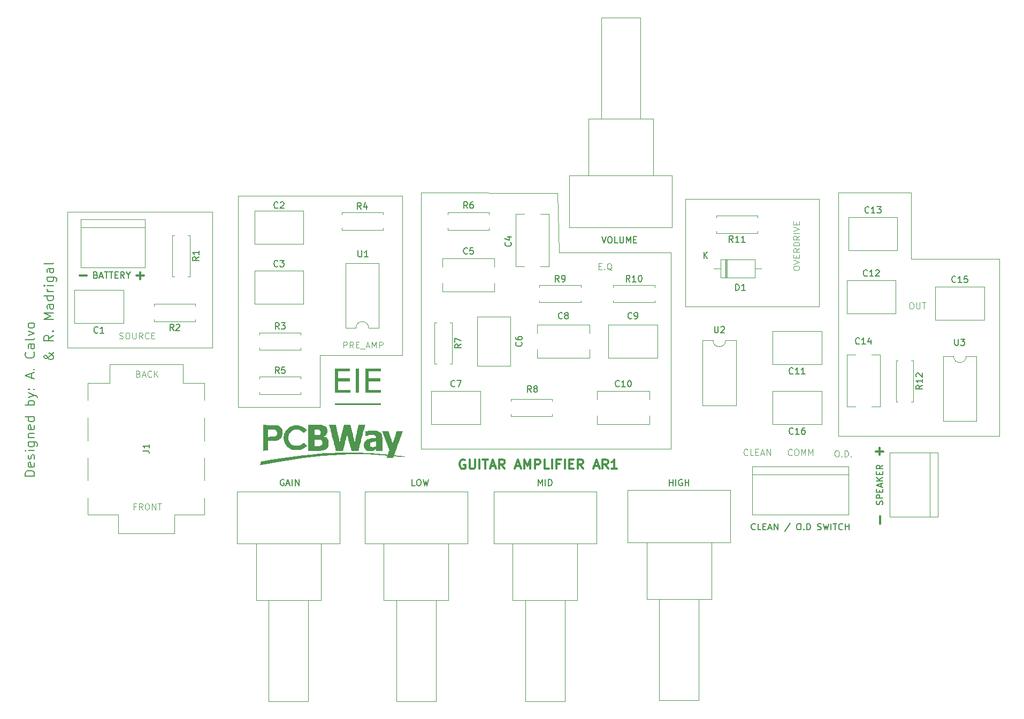
<source format=gto>
G04 #@! TF.GenerationSoftware,KiCad,Pcbnew,8.0.6*
G04 #@! TF.CreationDate,2025-06-16T17:53:41-06:00*
G04 #@! TF.ProjectId,GuitarAmplifier,47756974-6172-4416-9d70-6c6966696572,0*
G04 #@! TF.SameCoordinates,Original*
G04 #@! TF.FileFunction,Legend,Top*
G04 #@! TF.FilePolarity,Positive*
%FSLAX46Y46*%
G04 Gerber Fmt 4.6, Leading zero omitted, Abs format (unit mm)*
G04 Created by KiCad (PCBNEW 8.0.6) date 2025-06-16 17:53:41*
%MOMM*%
%LPD*%
G01*
G04 APERTURE LIST*
%ADD10C,0.100000*%
%ADD11C,0.187500*%
%ADD12C,0.300000*%
%ADD13C,0.150000*%
%ADD14C,0.120000*%
%ADD15C,0.000000*%
%ADD16C,2.000000*%
%ADD17C,1.600000*%
%ADD18O,1.600000X1.600000*%
%ADD19C,3.200000*%
%ADD20R,3.000000X3.000000*%
%ADD21C,3.000000*%
%ADD22C,2.340000*%
%ADD23R,1.600000X1.600000*%
%ADD24R,2.200000X2.200000*%
%ADD25O,2.200000X2.200000*%
G04 APERTURE END LIST*
D10*
X165000000Y-155000000D02*
X191000000Y-155000000D01*
X186800000Y-124000000D02*
X204500000Y-124000000D01*
X228000000Y-132500000D02*
X228000000Y-115500000D01*
X204500000Y-144000000D02*
X204500000Y-124000000D01*
X231000000Y-114500000D02*
X231000000Y-153000000D01*
X242500000Y-125000000D02*
X242500000Y-121500000D01*
X206810000Y-115500000D02*
X206810000Y-132500000D01*
X204500000Y-144000000D02*
X204500000Y-155000000D01*
X149000000Y-140200000D02*
X149000000Y-148400000D01*
X256500000Y-125000000D02*
X242500000Y-125000000D01*
X165000000Y-114500000D02*
X186600000Y-114600000D01*
X132000000Y-117500000D02*
X109000000Y-117500000D01*
X242500000Y-121500000D02*
X242500000Y-114500000D01*
X256500000Y-153000000D02*
X256500000Y-125000000D01*
X206810000Y-132500000D02*
X228000000Y-132500000D01*
X136000000Y-148400000D02*
X136000000Y-115000000D01*
X162000000Y-140200000D02*
X149000000Y-140200000D01*
X149000000Y-148400000D02*
X136000000Y-148400000D01*
X109000000Y-139000000D02*
X132000000Y-139000000D01*
X242500000Y-114500000D02*
X231000000Y-114500000D01*
X109000000Y-117500000D02*
X109000000Y-139000000D01*
X228000000Y-115500000D02*
X206810000Y-115500000D01*
X165000000Y-114500000D02*
X165000000Y-155000000D01*
X162000000Y-115000000D02*
X162000000Y-140200000D01*
X204500000Y-155000000D02*
X191000000Y-155000000D01*
X186600000Y-114600000D02*
X186800000Y-124000000D01*
X132000000Y-139000000D02*
X132000000Y-117500000D01*
X231000000Y-153000000D02*
X256500000Y-153000000D01*
X162000000Y-115000000D02*
X136000000Y-115000000D01*
D11*
X106806678Y-139705216D02*
X106806678Y-139776645D01*
X106806678Y-139776645D02*
X106735250Y-139919502D01*
X106735250Y-139919502D02*
X106520964Y-140133787D01*
X106520964Y-140133787D02*
X106092392Y-140490930D01*
X106092392Y-140490930D02*
X105878107Y-140633787D01*
X105878107Y-140633787D02*
X105663821Y-140705216D01*
X105663821Y-140705216D02*
X105520964Y-140705216D01*
X105520964Y-140705216D02*
X105378107Y-140633787D01*
X105378107Y-140633787D02*
X105306678Y-140490930D01*
X105306678Y-140490930D02*
X105306678Y-140419502D01*
X105306678Y-140419502D02*
X105378107Y-140276645D01*
X105378107Y-140276645D02*
X105520964Y-140205216D01*
X105520964Y-140205216D02*
X105592392Y-140205216D01*
X105592392Y-140205216D02*
X105735250Y-140276645D01*
X105735250Y-140276645D02*
X105806678Y-140348073D01*
X105806678Y-140348073D02*
X106092392Y-140776645D01*
X106092392Y-140776645D02*
X106163821Y-140848073D01*
X106163821Y-140848073D02*
X106306678Y-140919502D01*
X106306678Y-140919502D02*
X106520964Y-140919502D01*
X106520964Y-140919502D02*
X106663821Y-140848073D01*
X106663821Y-140848073D02*
X106735250Y-140776645D01*
X106735250Y-140776645D02*
X106806678Y-140633787D01*
X106806678Y-140633787D02*
X106806678Y-140419502D01*
X106806678Y-140419502D02*
X106735250Y-140276645D01*
X106735250Y-140276645D02*
X106663821Y-140205216D01*
X106663821Y-140205216D02*
X106378107Y-139990930D01*
X106378107Y-139990930D02*
X106163821Y-139919502D01*
X106163821Y-139919502D02*
X106020964Y-139919502D01*
X106806678Y-137062359D02*
X106092392Y-137562359D01*
X106806678Y-137919502D02*
X105306678Y-137919502D01*
X105306678Y-137919502D02*
X105306678Y-137348073D01*
X105306678Y-137348073D02*
X105378107Y-137205216D01*
X105378107Y-137205216D02*
X105449535Y-137133787D01*
X105449535Y-137133787D02*
X105592392Y-137062359D01*
X105592392Y-137062359D02*
X105806678Y-137062359D01*
X105806678Y-137062359D02*
X105949535Y-137133787D01*
X105949535Y-137133787D02*
X106020964Y-137205216D01*
X106020964Y-137205216D02*
X106092392Y-137348073D01*
X106092392Y-137348073D02*
X106092392Y-137919502D01*
X106663821Y-136419502D02*
X106735250Y-136348073D01*
X106735250Y-136348073D02*
X106806678Y-136419502D01*
X106806678Y-136419502D02*
X106735250Y-136490930D01*
X106735250Y-136490930D02*
X106663821Y-136419502D01*
X106663821Y-136419502D02*
X106806678Y-136419502D01*
X106806678Y-134562359D02*
X105306678Y-134562359D01*
X105306678Y-134562359D02*
X106378107Y-134062359D01*
X106378107Y-134062359D02*
X105306678Y-133562359D01*
X105306678Y-133562359D02*
X106806678Y-133562359D01*
X106806678Y-132205216D02*
X106020964Y-132205216D01*
X106020964Y-132205216D02*
X105878107Y-132276644D01*
X105878107Y-132276644D02*
X105806678Y-132419501D01*
X105806678Y-132419501D02*
X105806678Y-132705216D01*
X105806678Y-132705216D02*
X105878107Y-132848073D01*
X106735250Y-132205216D02*
X106806678Y-132348073D01*
X106806678Y-132348073D02*
X106806678Y-132705216D01*
X106806678Y-132705216D02*
X106735250Y-132848073D01*
X106735250Y-132848073D02*
X106592392Y-132919501D01*
X106592392Y-132919501D02*
X106449535Y-132919501D01*
X106449535Y-132919501D02*
X106306678Y-132848073D01*
X106306678Y-132848073D02*
X106235250Y-132705216D01*
X106235250Y-132705216D02*
X106235250Y-132348073D01*
X106235250Y-132348073D02*
X106163821Y-132205216D01*
X106806678Y-130848073D02*
X105306678Y-130848073D01*
X106735250Y-130848073D02*
X106806678Y-130990930D01*
X106806678Y-130990930D02*
X106806678Y-131276644D01*
X106806678Y-131276644D02*
X106735250Y-131419501D01*
X106735250Y-131419501D02*
X106663821Y-131490930D01*
X106663821Y-131490930D02*
X106520964Y-131562358D01*
X106520964Y-131562358D02*
X106092392Y-131562358D01*
X106092392Y-131562358D02*
X105949535Y-131490930D01*
X105949535Y-131490930D02*
X105878107Y-131419501D01*
X105878107Y-131419501D02*
X105806678Y-131276644D01*
X105806678Y-131276644D02*
X105806678Y-130990930D01*
X105806678Y-130990930D02*
X105878107Y-130848073D01*
X106806678Y-130133787D02*
X105806678Y-130133787D01*
X106092392Y-130133787D02*
X105949535Y-130062358D01*
X105949535Y-130062358D02*
X105878107Y-129990930D01*
X105878107Y-129990930D02*
X105806678Y-129848072D01*
X105806678Y-129848072D02*
X105806678Y-129705215D01*
X106806678Y-129205216D02*
X105806678Y-129205216D01*
X105306678Y-129205216D02*
X105378107Y-129276644D01*
X105378107Y-129276644D02*
X105449535Y-129205216D01*
X105449535Y-129205216D02*
X105378107Y-129133787D01*
X105378107Y-129133787D02*
X105306678Y-129205216D01*
X105306678Y-129205216D02*
X105449535Y-129205216D01*
X105806678Y-127848073D02*
X107020964Y-127848073D01*
X107020964Y-127848073D02*
X107163821Y-127919501D01*
X107163821Y-127919501D02*
X107235250Y-127990930D01*
X107235250Y-127990930D02*
X107306678Y-128133787D01*
X107306678Y-128133787D02*
X107306678Y-128348073D01*
X107306678Y-128348073D02*
X107235250Y-128490930D01*
X106735250Y-127848073D02*
X106806678Y-127990930D01*
X106806678Y-127990930D02*
X106806678Y-128276644D01*
X106806678Y-128276644D02*
X106735250Y-128419501D01*
X106735250Y-128419501D02*
X106663821Y-128490930D01*
X106663821Y-128490930D02*
X106520964Y-128562358D01*
X106520964Y-128562358D02*
X106092392Y-128562358D01*
X106092392Y-128562358D02*
X105949535Y-128490930D01*
X105949535Y-128490930D02*
X105878107Y-128419501D01*
X105878107Y-128419501D02*
X105806678Y-128276644D01*
X105806678Y-128276644D02*
X105806678Y-127990930D01*
X105806678Y-127990930D02*
X105878107Y-127848073D01*
X106806678Y-126490930D02*
X106020964Y-126490930D01*
X106020964Y-126490930D02*
X105878107Y-126562358D01*
X105878107Y-126562358D02*
X105806678Y-126705215D01*
X105806678Y-126705215D02*
X105806678Y-126990930D01*
X105806678Y-126990930D02*
X105878107Y-127133787D01*
X106735250Y-126490930D02*
X106806678Y-126633787D01*
X106806678Y-126633787D02*
X106806678Y-126990930D01*
X106806678Y-126990930D02*
X106735250Y-127133787D01*
X106735250Y-127133787D02*
X106592392Y-127205215D01*
X106592392Y-127205215D02*
X106449535Y-127205215D01*
X106449535Y-127205215D02*
X106306678Y-127133787D01*
X106306678Y-127133787D02*
X106235250Y-126990930D01*
X106235250Y-126990930D02*
X106235250Y-126633787D01*
X106235250Y-126633787D02*
X106163821Y-126490930D01*
X106806678Y-125562358D02*
X106735250Y-125705215D01*
X106735250Y-125705215D02*
X106592392Y-125776644D01*
X106592392Y-125776644D02*
X105306678Y-125776644D01*
D10*
X223675312Y-155977180D02*
X223627693Y-156024800D01*
X223627693Y-156024800D02*
X223484836Y-156072419D01*
X223484836Y-156072419D02*
X223389598Y-156072419D01*
X223389598Y-156072419D02*
X223246741Y-156024800D01*
X223246741Y-156024800D02*
X223151503Y-155929561D01*
X223151503Y-155929561D02*
X223103884Y-155834323D01*
X223103884Y-155834323D02*
X223056265Y-155643847D01*
X223056265Y-155643847D02*
X223056265Y-155500990D01*
X223056265Y-155500990D02*
X223103884Y-155310514D01*
X223103884Y-155310514D02*
X223151503Y-155215276D01*
X223151503Y-155215276D02*
X223246741Y-155120038D01*
X223246741Y-155120038D02*
X223389598Y-155072419D01*
X223389598Y-155072419D02*
X223484836Y-155072419D01*
X223484836Y-155072419D02*
X223627693Y-155120038D01*
X223627693Y-155120038D02*
X223675312Y-155167657D01*
X224294360Y-155072419D02*
X224484836Y-155072419D01*
X224484836Y-155072419D02*
X224580074Y-155120038D01*
X224580074Y-155120038D02*
X224675312Y-155215276D01*
X224675312Y-155215276D02*
X224722931Y-155405752D01*
X224722931Y-155405752D02*
X224722931Y-155739085D01*
X224722931Y-155739085D02*
X224675312Y-155929561D01*
X224675312Y-155929561D02*
X224580074Y-156024800D01*
X224580074Y-156024800D02*
X224484836Y-156072419D01*
X224484836Y-156072419D02*
X224294360Y-156072419D01*
X224294360Y-156072419D02*
X224199122Y-156024800D01*
X224199122Y-156024800D02*
X224103884Y-155929561D01*
X224103884Y-155929561D02*
X224056265Y-155739085D01*
X224056265Y-155739085D02*
X224056265Y-155405752D01*
X224056265Y-155405752D02*
X224103884Y-155215276D01*
X224103884Y-155215276D02*
X224199122Y-155120038D01*
X224199122Y-155120038D02*
X224294360Y-155072419D01*
X225151503Y-156072419D02*
X225151503Y-155072419D01*
X225151503Y-155072419D02*
X225484836Y-155786704D01*
X225484836Y-155786704D02*
X225818169Y-155072419D01*
X225818169Y-155072419D02*
X225818169Y-156072419D01*
X226294360Y-156072419D02*
X226294360Y-155072419D01*
X226294360Y-155072419D02*
X226627693Y-155786704D01*
X226627693Y-155786704D02*
X226961026Y-155072419D01*
X226961026Y-155072419D02*
X226961026Y-156072419D01*
X216675312Y-155977180D02*
X216627693Y-156024800D01*
X216627693Y-156024800D02*
X216484836Y-156072419D01*
X216484836Y-156072419D02*
X216389598Y-156072419D01*
X216389598Y-156072419D02*
X216246741Y-156024800D01*
X216246741Y-156024800D02*
X216151503Y-155929561D01*
X216151503Y-155929561D02*
X216103884Y-155834323D01*
X216103884Y-155834323D02*
X216056265Y-155643847D01*
X216056265Y-155643847D02*
X216056265Y-155500990D01*
X216056265Y-155500990D02*
X216103884Y-155310514D01*
X216103884Y-155310514D02*
X216151503Y-155215276D01*
X216151503Y-155215276D02*
X216246741Y-155120038D01*
X216246741Y-155120038D02*
X216389598Y-155072419D01*
X216389598Y-155072419D02*
X216484836Y-155072419D01*
X216484836Y-155072419D02*
X216627693Y-155120038D01*
X216627693Y-155120038D02*
X216675312Y-155167657D01*
X217580074Y-156072419D02*
X217103884Y-156072419D01*
X217103884Y-156072419D02*
X217103884Y-155072419D01*
X217913408Y-155548609D02*
X218246741Y-155548609D01*
X218389598Y-156072419D02*
X217913408Y-156072419D01*
X217913408Y-156072419D02*
X217913408Y-155072419D01*
X217913408Y-155072419D02*
X218389598Y-155072419D01*
X218770551Y-155786704D02*
X219246741Y-155786704D01*
X218675313Y-156072419D02*
X219008646Y-155072419D01*
X219008646Y-155072419D02*
X219341979Y-156072419D01*
X219675313Y-156072419D02*
X219675313Y-155072419D01*
X219675313Y-155072419D02*
X220246741Y-156072419D01*
X220246741Y-156072419D02*
X220246741Y-155072419D01*
D12*
X237629400Y-166845489D02*
X237629400Y-165702632D01*
D10*
X193103884Y-126148609D02*
X193437217Y-126148609D01*
X193580074Y-126672419D02*
X193103884Y-126672419D01*
X193103884Y-126672419D02*
X193103884Y-125672419D01*
X193103884Y-125672419D02*
X193580074Y-125672419D01*
X194008646Y-126577180D02*
X194056265Y-126624800D01*
X194056265Y-126624800D02*
X194008646Y-126672419D01*
X194008646Y-126672419D02*
X193961027Y-126624800D01*
X193961027Y-126624800D02*
X194008646Y-126577180D01*
X194008646Y-126577180D02*
X194008646Y-126672419D01*
X195151502Y-126767657D02*
X195056264Y-126720038D01*
X195056264Y-126720038D02*
X194961026Y-126624800D01*
X194961026Y-126624800D02*
X194818169Y-126481942D01*
X194818169Y-126481942D02*
X194722931Y-126434323D01*
X194722931Y-126434323D02*
X194627693Y-126434323D01*
X194675312Y-126672419D02*
X194580074Y-126624800D01*
X194580074Y-126624800D02*
X194484836Y-126529561D01*
X194484836Y-126529561D02*
X194437217Y-126339085D01*
X194437217Y-126339085D02*
X194437217Y-126005752D01*
X194437217Y-126005752D02*
X194484836Y-125815276D01*
X194484836Y-125815276D02*
X194580074Y-125720038D01*
X194580074Y-125720038D02*
X194675312Y-125672419D01*
X194675312Y-125672419D02*
X194865788Y-125672419D01*
X194865788Y-125672419D02*
X194961026Y-125720038D01*
X194961026Y-125720038D02*
X195056264Y-125815276D01*
X195056264Y-125815276D02*
X195103883Y-126005752D01*
X195103883Y-126005752D02*
X195103883Y-126339085D01*
X195103883Y-126339085D02*
X195056264Y-126529561D01*
X195056264Y-126529561D02*
X194961026Y-126624800D01*
X194961026Y-126624800D02*
X194865788Y-126672419D01*
X194865788Y-126672419D02*
X194675312Y-126672419D01*
D12*
X119954510Y-127629400D02*
X121097368Y-127629400D01*
X120525939Y-128200828D02*
X120525939Y-127057971D01*
D10*
X223872419Y-126505639D02*
X223872419Y-126315163D01*
X223872419Y-126315163D02*
X223920038Y-126219925D01*
X223920038Y-126219925D02*
X224015276Y-126124687D01*
X224015276Y-126124687D02*
X224205752Y-126077068D01*
X224205752Y-126077068D02*
X224539085Y-126077068D01*
X224539085Y-126077068D02*
X224729561Y-126124687D01*
X224729561Y-126124687D02*
X224824800Y-126219925D01*
X224824800Y-126219925D02*
X224872419Y-126315163D01*
X224872419Y-126315163D02*
X224872419Y-126505639D01*
X224872419Y-126505639D02*
X224824800Y-126600877D01*
X224824800Y-126600877D02*
X224729561Y-126696115D01*
X224729561Y-126696115D02*
X224539085Y-126743734D01*
X224539085Y-126743734D02*
X224205752Y-126743734D01*
X224205752Y-126743734D02*
X224015276Y-126696115D01*
X224015276Y-126696115D02*
X223920038Y-126600877D01*
X223920038Y-126600877D02*
X223872419Y-126505639D01*
X223872419Y-125791353D02*
X224872419Y-125458020D01*
X224872419Y-125458020D02*
X223872419Y-125124687D01*
X224348609Y-124791353D02*
X224348609Y-124458020D01*
X224872419Y-124315163D02*
X224872419Y-124791353D01*
X224872419Y-124791353D02*
X223872419Y-124791353D01*
X223872419Y-124791353D02*
X223872419Y-124315163D01*
X224872419Y-123315163D02*
X224396228Y-123648496D01*
X224872419Y-123886591D02*
X223872419Y-123886591D01*
X223872419Y-123886591D02*
X223872419Y-123505639D01*
X223872419Y-123505639D02*
X223920038Y-123410401D01*
X223920038Y-123410401D02*
X223967657Y-123362782D01*
X223967657Y-123362782D02*
X224062895Y-123315163D01*
X224062895Y-123315163D02*
X224205752Y-123315163D01*
X224205752Y-123315163D02*
X224300990Y-123362782D01*
X224300990Y-123362782D02*
X224348609Y-123410401D01*
X224348609Y-123410401D02*
X224396228Y-123505639D01*
X224396228Y-123505639D02*
X224396228Y-123886591D01*
X224872419Y-122886591D02*
X223872419Y-122886591D01*
X223872419Y-122886591D02*
X223872419Y-122648496D01*
X223872419Y-122648496D02*
X223920038Y-122505639D01*
X223920038Y-122505639D02*
X224015276Y-122410401D01*
X224015276Y-122410401D02*
X224110514Y-122362782D01*
X224110514Y-122362782D02*
X224300990Y-122315163D01*
X224300990Y-122315163D02*
X224443847Y-122315163D01*
X224443847Y-122315163D02*
X224634323Y-122362782D01*
X224634323Y-122362782D02*
X224729561Y-122410401D01*
X224729561Y-122410401D02*
X224824800Y-122505639D01*
X224824800Y-122505639D02*
X224872419Y-122648496D01*
X224872419Y-122648496D02*
X224872419Y-122886591D01*
X224872419Y-121315163D02*
X224396228Y-121648496D01*
X224872419Y-121886591D02*
X223872419Y-121886591D01*
X223872419Y-121886591D02*
X223872419Y-121505639D01*
X223872419Y-121505639D02*
X223920038Y-121410401D01*
X223920038Y-121410401D02*
X223967657Y-121362782D01*
X223967657Y-121362782D02*
X224062895Y-121315163D01*
X224062895Y-121315163D02*
X224205752Y-121315163D01*
X224205752Y-121315163D02*
X224300990Y-121362782D01*
X224300990Y-121362782D02*
X224348609Y-121410401D01*
X224348609Y-121410401D02*
X224396228Y-121505639D01*
X224396228Y-121505639D02*
X224396228Y-121886591D01*
X224872419Y-120886591D02*
X223872419Y-120886591D01*
X223872419Y-120553258D02*
X224872419Y-120219925D01*
X224872419Y-120219925D02*
X223872419Y-119886592D01*
X224348609Y-119553258D02*
X224348609Y-119219925D01*
X224872419Y-119077068D02*
X224872419Y-119553258D01*
X224872419Y-119553258D02*
X223872419Y-119553258D01*
X223872419Y-119553258D02*
X223872419Y-119077068D01*
X117256265Y-137574800D02*
X117399122Y-137622419D01*
X117399122Y-137622419D02*
X117637217Y-137622419D01*
X117637217Y-137622419D02*
X117732455Y-137574800D01*
X117732455Y-137574800D02*
X117780074Y-137527180D01*
X117780074Y-137527180D02*
X117827693Y-137431942D01*
X117827693Y-137431942D02*
X117827693Y-137336704D01*
X117827693Y-137336704D02*
X117780074Y-137241466D01*
X117780074Y-137241466D02*
X117732455Y-137193847D01*
X117732455Y-137193847D02*
X117637217Y-137146228D01*
X117637217Y-137146228D02*
X117446741Y-137098609D01*
X117446741Y-137098609D02*
X117351503Y-137050990D01*
X117351503Y-137050990D02*
X117303884Y-137003371D01*
X117303884Y-137003371D02*
X117256265Y-136908133D01*
X117256265Y-136908133D02*
X117256265Y-136812895D01*
X117256265Y-136812895D02*
X117303884Y-136717657D01*
X117303884Y-136717657D02*
X117351503Y-136670038D01*
X117351503Y-136670038D02*
X117446741Y-136622419D01*
X117446741Y-136622419D02*
X117684836Y-136622419D01*
X117684836Y-136622419D02*
X117827693Y-136670038D01*
X118446741Y-136622419D02*
X118637217Y-136622419D01*
X118637217Y-136622419D02*
X118732455Y-136670038D01*
X118732455Y-136670038D02*
X118827693Y-136765276D01*
X118827693Y-136765276D02*
X118875312Y-136955752D01*
X118875312Y-136955752D02*
X118875312Y-137289085D01*
X118875312Y-137289085D02*
X118827693Y-137479561D01*
X118827693Y-137479561D02*
X118732455Y-137574800D01*
X118732455Y-137574800D02*
X118637217Y-137622419D01*
X118637217Y-137622419D02*
X118446741Y-137622419D01*
X118446741Y-137622419D02*
X118351503Y-137574800D01*
X118351503Y-137574800D02*
X118256265Y-137479561D01*
X118256265Y-137479561D02*
X118208646Y-137289085D01*
X118208646Y-137289085D02*
X118208646Y-136955752D01*
X118208646Y-136955752D02*
X118256265Y-136765276D01*
X118256265Y-136765276D02*
X118351503Y-136670038D01*
X118351503Y-136670038D02*
X118446741Y-136622419D01*
X119303884Y-136622419D02*
X119303884Y-137431942D01*
X119303884Y-137431942D02*
X119351503Y-137527180D01*
X119351503Y-137527180D02*
X119399122Y-137574800D01*
X119399122Y-137574800D02*
X119494360Y-137622419D01*
X119494360Y-137622419D02*
X119684836Y-137622419D01*
X119684836Y-137622419D02*
X119780074Y-137574800D01*
X119780074Y-137574800D02*
X119827693Y-137527180D01*
X119827693Y-137527180D02*
X119875312Y-137431942D01*
X119875312Y-137431942D02*
X119875312Y-136622419D01*
X120922931Y-137622419D02*
X120589598Y-137146228D01*
X120351503Y-137622419D02*
X120351503Y-136622419D01*
X120351503Y-136622419D02*
X120732455Y-136622419D01*
X120732455Y-136622419D02*
X120827693Y-136670038D01*
X120827693Y-136670038D02*
X120875312Y-136717657D01*
X120875312Y-136717657D02*
X120922931Y-136812895D01*
X120922931Y-136812895D02*
X120922931Y-136955752D01*
X120922931Y-136955752D02*
X120875312Y-137050990D01*
X120875312Y-137050990D02*
X120827693Y-137098609D01*
X120827693Y-137098609D02*
X120732455Y-137146228D01*
X120732455Y-137146228D02*
X120351503Y-137146228D01*
X121922931Y-137527180D02*
X121875312Y-137574800D01*
X121875312Y-137574800D02*
X121732455Y-137622419D01*
X121732455Y-137622419D02*
X121637217Y-137622419D01*
X121637217Y-137622419D02*
X121494360Y-137574800D01*
X121494360Y-137574800D02*
X121399122Y-137479561D01*
X121399122Y-137479561D02*
X121351503Y-137384323D01*
X121351503Y-137384323D02*
X121303884Y-137193847D01*
X121303884Y-137193847D02*
X121303884Y-137050990D01*
X121303884Y-137050990D02*
X121351503Y-136860514D01*
X121351503Y-136860514D02*
X121399122Y-136765276D01*
X121399122Y-136765276D02*
X121494360Y-136670038D01*
X121494360Y-136670038D02*
X121637217Y-136622419D01*
X121637217Y-136622419D02*
X121732455Y-136622419D01*
X121732455Y-136622419D02*
X121875312Y-136670038D01*
X121875312Y-136670038D02*
X121922931Y-136717657D01*
X122351503Y-137098609D02*
X122684836Y-137098609D01*
X122827693Y-137622419D02*
X122351503Y-137622419D01*
X122351503Y-137622419D02*
X122351503Y-136622419D01*
X122351503Y-136622419D02*
X122827693Y-136622419D01*
X120237217Y-143148609D02*
X120380074Y-143196228D01*
X120380074Y-143196228D02*
X120427693Y-143243847D01*
X120427693Y-143243847D02*
X120475312Y-143339085D01*
X120475312Y-143339085D02*
X120475312Y-143481942D01*
X120475312Y-143481942D02*
X120427693Y-143577180D01*
X120427693Y-143577180D02*
X120380074Y-143624800D01*
X120380074Y-143624800D02*
X120284836Y-143672419D01*
X120284836Y-143672419D02*
X119903884Y-143672419D01*
X119903884Y-143672419D02*
X119903884Y-142672419D01*
X119903884Y-142672419D02*
X120237217Y-142672419D01*
X120237217Y-142672419D02*
X120332455Y-142720038D01*
X120332455Y-142720038D02*
X120380074Y-142767657D01*
X120380074Y-142767657D02*
X120427693Y-142862895D01*
X120427693Y-142862895D02*
X120427693Y-142958133D01*
X120427693Y-142958133D02*
X120380074Y-143053371D01*
X120380074Y-143053371D02*
X120332455Y-143100990D01*
X120332455Y-143100990D02*
X120237217Y-143148609D01*
X120237217Y-143148609D02*
X119903884Y-143148609D01*
X120856265Y-143386704D02*
X121332455Y-143386704D01*
X120761027Y-143672419D02*
X121094360Y-142672419D01*
X121094360Y-142672419D02*
X121427693Y-143672419D01*
X122332455Y-143577180D02*
X122284836Y-143624800D01*
X122284836Y-143624800D02*
X122141979Y-143672419D01*
X122141979Y-143672419D02*
X122046741Y-143672419D01*
X122046741Y-143672419D02*
X121903884Y-143624800D01*
X121903884Y-143624800D02*
X121808646Y-143529561D01*
X121808646Y-143529561D02*
X121761027Y-143434323D01*
X121761027Y-143434323D02*
X121713408Y-143243847D01*
X121713408Y-143243847D02*
X121713408Y-143100990D01*
X121713408Y-143100990D02*
X121761027Y-142910514D01*
X121761027Y-142910514D02*
X121808646Y-142815276D01*
X121808646Y-142815276D02*
X121903884Y-142720038D01*
X121903884Y-142720038D02*
X122046741Y-142672419D01*
X122046741Y-142672419D02*
X122141979Y-142672419D01*
X122141979Y-142672419D02*
X122284836Y-142720038D01*
X122284836Y-142720038D02*
X122332455Y-142767657D01*
X122761027Y-143672419D02*
X122761027Y-142672419D01*
X123332455Y-143672419D02*
X122903884Y-143100990D01*
X123332455Y-142672419D02*
X122761027Y-143243847D01*
D12*
X171940225Y-156772257D02*
X171797368Y-156700828D01*
X171797368Y-156700828D02*
X171583082Y-156700828D01*
X171583082Y-156700828D02*
X171368796Y-156772257D01*
X171368796Y-156772257D02*
X171225939Y-156915114D01*
X171225939Y-156915114D02*
X171154510Y-157057971D01*
X171154510Y-157057971D02*
X171083082Y-157343685D01*
X171083082Y-157343685D02*
X171083082Y-157557971D01*
X171083082Y-157557971D02*
X171154510Y-157843685D01*
X171154510Y-157843685D02*
X171225939Y-157986542D01*
X171225939Y-157986542D02*
X171368796Y-158129400D01*
X171368796Y-158129400D02*
X171583082Y-158200828D01*
X171583082Y-158200828D02*
X171725939Y-158200828D01*
X171725939Y-158200828D02*
X171940225Y-158129400D01*
X171940225Y-158129400D02*
X172011653Y-158057971D01*
X172011653Y-158057971D02*
X172011653Y-157557971D01*
X172011653Y-157557971D02*
X171725939Y-157557971D01*
X172654510Y-156700828D02*
X172654510Y-157915114D01*
X172654510Y-157915114D02*
X172725939Y-158057971D01*
X172725939Y-158057971D02*
X172797368Y-158129400D01*
X172797368Y-158129400D02*
X172940225Y-158200828D01*
X172940225Y-158200828D02*
X173225939Y-158200828D01*
X173225939Y-158200828D02*
X173368796Y-158129400D01*
X173368796Y-158129400D02*
X173440225Y-158057971D01*
X173440225Y-158057971D02*
X173511653Y-157915114D01*
X173511653Y-157915114D02*
X173511653Y-156700828D01*
X174225939Y-158200828D02*
X174225939Y-156700828D01*
X174725940Y-156700828D02*
X175583083Y-156700828D01*
X175154511Y-158200828D02*
X175154511Y-156700828D01*
X176011654Y-157772257D02*
X176725940Y-157772257D01*
X175868797Y-158200828D02*
X176368797Y-156700828D01*
X176368797Y-156700828D02*
X176868797Y-158200828D01*
X178225939Y-158200828D02*
X177725939Y-157486542D01*
X177368796Y-158200828D02*
X177368796Y-156700828D01*
X177368796Y-156700828D02*
X177940225Y-156700828D01*
X177940225Y-156700828D02*
X178083082Y-156772257D01*
X178083082Y-156772257D02*
X178154511Y-156843685D01*
X178154511Y-156843685D02*
X178225939Y-156986542D01*
X178225939Y-156986542D02*
X178225939Y-157200828D01*
X178225939Y-157200828D02*
X178154511Y-157343685D01*
X178154511Y-157343685D02*
X178083082Y-157415114D01*
X178083082Y-157415114D02*
X177940225Y-157486542D01*
X177940225Y-157486542D02*
X177368796Y-157486542D01*
X179940225Y-157772257D02*
X180654511Y-157772257D01*
X179797368Y-158200828D02*
X180297368Y-156700828D01*
X180297368Y-156700828D02*
X180797368Y-158200828D01*
X181297367Y-158200828D02*
X181297367Y-156700828D01*
X181297367Y-156700828D02*
X181797367Y-157772257D01*
X181797367Y-157772257D02*
X182297367Y-156700828D01*
X182297367Y-156700828D02*
X182297367Y-158200828D01*
X183011653Y-158200828D02*
X183011653Y-156700828D01*
X183011653Y-156700828D02*
X183583082Y-156700828D01*
X183583082Y-156700828D02*
X183725939Y-156772257D01*
X183725939Y-156772257D02*
X183797368Y-156843685D01*
X183797368Y-156843685D02*
X183868796Y-156986542D01*
X183868796Y-156986542D02*
X183868796Y-157200828D01*
X183868796Y-157200828D02*
X183797368Y-157343685D01*
X183797368Y-157343685D02*
X183725939Y-157415114D01*
X183725939Y-157415114D02*
X183583082Y-157486542D01*
X183583082Y-157486542D02*
X183011653Y-157486542D01*
X185225939Y-158200828D02*
X184511653Y-158200828D01*
X184511653Y-158200828D02*
X184511653Y-156700828D01*
X185725939Y-158200828D02*
X185725939Y-156700828D01*
X186940225Y-157415114D02*
X186440225Y-157415114D01*
X186440225Y-158200828D02*
X186440225Y-156700828D01*
X186440225Y-156700828D02*
X187154511Y-156700828D01*
X187725939Y-158200828D02*
X187725939Y-156700828D01*
X188440225Y-157415114D02*
X188940225Y-157415114D01*
X189154511Y-158200828D02*
X188440225Y-158200828D01*
X188440225Y-158200828D02*
X188440225Y-156700828D01*
X188440225Y-156700828D02*
X189154511Y-156700828D01*
X190654511Y-158200828D02*
X190154511Y-157486542D01*
X189797368Y-158200828D02*
X189797368Y-156700828D01*
X189797368Y-156700828D02*
X190368797Y-156700828D01*
X190368797Y-156700828D02*
X190511654Y-156772257D01*
X190511654Y-156772257D02*
X190583083Y-156843685D01*
X190583083Y-156843685D02*
X190654511Y-156986542D01*
X190654511Y-156986542D02*
X190654511Y-157200828D01*
X190654511Y-157200828D02*
X190583083Y-157343685D01*
X190583083Y-157343685D02*
X190511654Y-157415114D01*
X190511654Y-157415114D02*
X190368797Y-157486542D01*
X190368797Y-157486542D02*
X189797368Y-157486542D01*
X192368797Y-157772257D02*
X193083083Y-157772257D01*
X192225940Y-158200828D02*
X192725940Y-156700828D01*
X192725940Y-156700828D02*
X193225940Y-158200828D01*
X194583082Y-158200828D02*
X194083082Y-157486542D01*
X193725939Y-158200828D02*
X193725939Y-156700828D01*
X193725939Y-156700828D02*
X194297368Y-156700828D01*
X194297368Y-156700828D02*
X194440225Y-156772257D01*
X194440225Y-156772257D02*
X194511654Y-156843685D01*
X194511654Y-156843685D02*
X194583082Y-156986542D01*
X194583082Y-156986542D02*
X194583082Y-157200828D01*
X194583082Y-157200828D02*
X194511654Y-157343685D01*
X194511654Y-157343685D02*
X194440225Y-157415114D01*
X194440225Y-157415114D02*
X194297368Y-157486542D01*
X194297368Y-157486542D02*
X193725939Y-157486542D01*
X196011654Y-158200828D02*
X195154511Y-158200828D01*
X195583082Y-158200828D02*
X195583082Y-156700828D01*
X195583082Y-156700828D02*
X195440225Y-156915114D01*
X195440225Y-156915114D02*
X195297368Y-157057971D01*
X195297368Y-157057971D02*
X195154511Y-157129400D01*
D10*
X152703884Y-139072419D02*
X152703884Y-138072419D01*
X152703884Y-138072419D02*
X153084836Y-138072419D01*
X153084836Y-138072419D02*
X153180074Y-138120038D01*
X153180074Y-138120038D02*
X153227693Y-138167657D01*
X153227693Y-138167657D02*
X153275312Y-138262895D01*
X153275312Y-138262895D02*
X153275312Y-138405752D01*
X153275312Y-138405752D02*
X153227693Y-138500990D01*
X153227693Y-138500990D02*
X153180074Y-138548609D01*
X153180074Y-138548609D02*
X153084836Y-138596228D01*
X153084836Y-138596228D02*
X152703884Y-138596228D01*
X154275312Y-139072419D02*
X153941979Y-138596228D01*
X153703884Y-139072419D02*
X153703884Y-138072419D01*
X153703884Y-138072419D02*
X154084836Y-138072419D01*
X154084836Y-138072419D02*
X154180074Y-138120038D01*
X154180074Y-138120038D02*
X154227693Y-138167657D01*
X154227693Y-138167657D02*
X154275312Y-138262895D01*
X154275312Y-138262895D02*
X154275312Y-138405752D01*
X154275312Y-138405752D02*
X154227693Y-138500990D01*
X154227693Y-138500990D02*
X154180074Y-138548609D01*
X154180074Y-138548609D02*
X154084836Y-138596228D01*
X154084836Y-138596228D02*
X153703884Y-138596228D01*
X154703884Y-138548609D02*
X155037217Y-138548609D01*
X155180074Y-139072419D02*
X154703884Y-139072419D01*
X154703884Y-139072419D02*
X154703884Y-138072419D01*
X154703884Y-138072419D02*
X155180074Y-138072419D01*
X155370551Y-139167657D02*
X156132455Y-139167657D01*
X156322932Y-138786704D02*
X156799122Y-138786704D01*
X156227694Y-139072419D02*
X156561027Y-138072419D01*
X156561027Y-138072419D02*
X156894360Y-139072419D01*
X157227694Y-139072419D02*
X157227694Y-138072419D01*
X157227694Y-138072419D02*
X157561027Y-138786704D01*
X157561027Y-138786704D02*
X157894360Y-138072419D01*
X157894360Y-138072419D02*
X157894360Y-139072419D01*
X158370551Y-139072419D02*
X158370551Y-138072419D01*
X158370551Y-138072419D02*
X158751503Y-138072419D01*
X158751503Y-138072419D02*
X158846741Y-138120038D01*
X158846741Y-138120038D02*
X158894360Y-138167657D01*
X158894360Y-138167657D02*
X158941979Y-138262895D01*
X158941979Y-138262895D02*
X158941979Y-138405752D01*
X158941979Y-138405752D02*
X158894360Y-138500990D01*
X158894360Y-138500990D02*
X158846741Y-138548609D01*
X158846741Y-138548609D02*
X158751503Y-138596228D01*
X158751503Y-138596228D02*
X158370551Y-138596228D01*
X242494360Y-131872419D02*
X242684836Y-131872419D01*
X242684836Y-131872419D02*
X242780074Y-131920038D01*
X242780074Y-131920038D02*
X242875312Y-132015276D01*
X242875312Y-132015276D02*
X242922931Y-132205752D01*
X242922931Y-132205752D02*
X242922931Y-132539085D01*
X242922931Y-132539085D02*
X242875312Y-132729561D01*
X242875312Y-132729561D02*
X242780074Y-132824800D01*
X242780074Y-132824800D02*
X242684836Y-132872419D01*
X242684836Y-132872419D02*
X242494360Y-132872419D01*
X242494360Y-132872419D02*
X242399122Y-132824800D01*
X242399122Y-132824800D02*
X242303884Y-132729561D01*
X242303884Y-132729561D02*
X242256265Y-132539085D01*
X242256265Y-132539085D02*
X242256265Y-132205752D01*
X242256265Y-132205752D02*
X242303884Y-132015276D01*
X242303884Y-132015276D02*
X242399122Y-131920038D01*
X242399122Y-131920038D02*
X242494360Y-131872419D01*
X243351503Y-131872419D02*
X243351503Y-132681942D01*
X243351503Y-132681942D02*
X243399122Y-132777180D01*
X243399122Y-132777180D02*
X243446741Y-132824800D01*
X243446741Y-132824800D02*
X243541979Y-132872419D01*
X243541979Y-132872419D02*
X243732455Y-132872419D01*
X243732455Y-132872419D02*
X243827693Y-132824800D01*
X243827693Y-132824800D02*
X243875312Y-132777180D01*
X243875312Y-132777180D02*
X243922931Y-132681942D01*
X243922931Y-132681942D02*
X243922931Y-131872419D01*
X244256265Y-131872419D02*
X244827693Y-131872419D01*
X244541979Y-132872419D02*
X244541979Y-131872419D01*
D12*
X110954510Y-127629400D02*
X112097368Y-127629400D01*
X236954510Y-155429400D02*
X238097368Y-155429400D01*
X237525939Y-156000828D02*
X237525939Y-154857971D01*
D11*
X103806678Y-159319502D02*
X102306678Y-159319502D01*
X102306678Y-159319502D02*
X102306678Y-158962359D01*
X102306678Y-158962359D02*
X102378107Y-158748073D01*
X102378107Y-158748073D02*
X102520964Y-158605216D01*
X102520964Y-158605216D02*
X102663821Y-158533787D01*
X102663821Y-158533787D02*
X102949535Y-158462359D01*
X102949535Y-158462359D02*
X103163821Y-158462359D01*
X103163821Y-158462359D02*
X103449535Y-158533787D01*
X103449535Y-158533787D02*
X103592392Y-158605216D01*
X103592392Y-158605216D02*
X103735250Y-158748073D01*
X103735250Y-158748073D02*
X103806678Y-158962359D01*
X103806678Y-158962359D02*
X103806678Y-159319502D01*
X103735250Y-157248073D02*
X103806678Y-157390930D01*
X103806678Y-157390930D02*
X103806678Y-157676645D01*
X103806678Y-157676645D02*
X103735250Y-157819502D01*
X103735250Y-157819502D02*
X103592392Y-157890930D01*
X103592392Y-157890930D02*
X103020964Y-157890930D01*
X103020964Y-157890930D02*
X102878107Y-157819502D01*
X102878107Y-157819502D02*
X102806678Y-157676645D01*
X102806678Y-157676645D02*
X102806678Y-157390930D01*
X102806678Y-157390930D02*
X102878107Y-157248073D01*
X102878107Y-157248073D02*
X103020964Y-157176645D01*
X103020964Y-157176645D02*
X103163821Y-157176645D01*
X103163821Y-157176645D02*
X103306678Y-157890930D01*
X103735250Y-156605216D02*
X103806678Y-156462359D01*
X103806678Y-156462359D02*
X103806678Y-156176645D01*
X103806678Y-156176645D02*
X103735250Y-156033788D01*
X103735250Y-156033788D02*
X103592392Y-155962359D01*
X103592392Y-155962359D02*
X103520964Y-155962359D01*
X103520964Y-155962359D02*
X103378107Y-156033788D01*
X103378107Y-156033788D02*
X103306678Y-156176645D01*
X103306678Y-156176645D02*
X103306678Y-156390931D01*
X103306678Y-156390931D02*
X103235250Y-156533788D01*
X103235250Y-156533788D02*
X103092392Y-156605216D01*
X103092392Y-156605216D02*
X103020964Y-156605216D01*
X103020964Y-156605216D02*
X102878107Y-156533788D01*
X102878107Y-156533788D02*
X102806678Y-156390931D01*
X102806678Y-156390931D02*
X102806678Y-156176645D01*
X102806678Y-156176645D02*
X102878107Y-156033788D01*
X103806678Y-155319502D02*
X102806678Y-155319502D01*
X102306678Y-155319502D02*
X102378107Y-155390930D01*
X102378107Y-155390930D02*
X102449535Y-155319502D01*
X102449535Y-155319502D02*
X102378107Y-155248073D01*
X102378107Y-155248073D02*
X102306678Y-155319502D01*
X102306678Y-155319502D02*
X102449535Y-155319502D01*
X102806678Y-153962359D02*
X104020964Y-153962359D01*
X104020964Y-153962359D02*
X104163821Y-154033787D01*
X104163821Y-154033787D02*
X104235250Y-154105216D01*
X104235250Y-154105216D02*
X104306678Y-154248073D01*
X104306678Y-154248073D02*
X104306678Y-154462359D01*
X104306678Y-154462359D02*
X104235250Y-154605216D01*
X103735250Y-153962359D02*
X103806678Y-154105216D01*
X103806678Y-154105216D02*
X103806678Y-154390930D01*
X103806678Y-154390930D02*
X103735250Y-154533787D01*
X103735250Y-154533787D02*
X103663821Y-154605216D01*
X103663821Y-154605216D02*
X103520964Y-154676644D01*
X103520964Y-154676644D02*
X103092392Y-154676644D01*
X103092392Y-154676644D02*
X102949535Y-154605216D01*
X102949535Y-154605216D02*
X102878107Y-154533787D01*
X102878107Y-154533787D02*
X102806678Y-154390930D01*
X102806678Y-154390930D02*
X102806678Y-154105216D01*
X102806678Y-154105216D02*
X102878107Y-153962359D01*
X102806678Y-153248073D02*
X103806678Y-153248073D01*
X102949535Y-153248073D02*
X102878107Y-153176644D01*
X102878107Y-153176644D02*
X102806678Y-153033787D01*
X102806678Y-153033787D02*
X102806678Y-152819501D01*
X102806678Y-152819501D02*
X102878107Y-152676644D01*
X102878107Y-152676644D02*
X103020964Y-152605216D01*
X103020964Y-152605216D02*
X103806678Y-152605216D01*
X103735250Y-151319501D02*
X103806678Y-151462358D01*
X103806678Y-151462358D02*
X103806678Y-151748073D01*
X103806678Y-151748073D02*
X103735250Y-151890930D01*
X103735250Y-151890930D02*
X103592392Y-151962358D01*
X103592392Y-151962358D02*
X103020964Y-151962358D01*
X103020964Y-151962358D02*
X102878107Y-151890930D01*
X102878107Y-151890930D02*
X102806678Y-151748073D01*
X102806678Y-151748073D02*
X102806678Y-151462358D01*
X102806678Y-151462358D02*
X102878107Y-151319501D01*
X102878107Y-151319501D02*
X103020964Y-151248073D01*
X103020964Y-151248073D02*
X103163821Y-151248073D01*
X103163821Y-151248073D02*
X103306678Y-151962358D01*
X103806678Y-149962359D02*
X102306678Y-149962359D01*
X103735250Y-149962359D02*
X103806678Y-150105216D01*
X103806678Y-150105216D02*
X103806678Y-150390930D01*
X103806678Y-150390930D02*
X103735250Y-150533787D01*
X103735250Y-150533787D02*
X103663821Y-150605216D01*
X103663821Y-150605216D02*
X103520964Y-150676644D01*
X103520964Y-150676644D02*
X103092392Y-150676644D01*
X103092392Y-150676644D02*
X102949535Y-150605216D01*
X102949535Y-150605216D02*
X102878107Y-150533787D01*
X102878107Y-150533787D02*
X102806678Y-150390930D01*
X102806678Y-150390930D02*
X102806678Y-150105216D01*
X102806678Y-150105216D02*
X102878107Y-149962359D01*
X103806678Y-148105216D02*
X102306678Y-148105216D01*
X102878107Y-148105216D02*
X102806678Y-147962359D01*
X102806678Y-147962359D02*
X102806678Y-147676644D01*
X102806678Y-147676644D02*
X102878107Y-147533787D01*
X102878107Y-147533787D02*
X102949535Y-147462359D01*
X102949535Y-147462359D02*
X103092392Y-147390930D01*
X103092392Y-147390930D02*
X103520964Y-147390930D01*
X103520964Y-147390930D02*
X103663821Y-147462359D01*
X103663821Y-147462359D02*
X103735250Y-147533787D01*
X103735250Y-147533787D02*
X103806678Y-147676644D01*
X103806678Y-147676644D02*
X103806678Y-147962359D01*
X103806678Y-147962359D02*
X103735250Y-148105216D01*
X102806678Y-146890930D02*
X103806678Y-146533787D01*
X102806678Y-146176644D02*
X103806678Y-146533787D01*
X103806678Y-146533787D02*
X104163821Y-146676644D01*
X104163821Y-146676644D02*
X104235250Y-146748073D01*
X104235250Y-146748073D02*
X104306678Y-146890930D01*
X103663821Y-145605216D02*
X103735250Y-145533787D01*
X103735250Y-145533787D02*
X103806678Y-145605216D01*
X103806678Y-145605216D02*
X103735250Y-145676644D01*
X103735250Y-145676644D02*
X103663821Y-145605216D01*
X103663821Y-145605216D02*
X103806678Y-145605216D01*
X102878107Y-145605216D02*
X102949535Y-145533787D01*
X102949535Y-145533787D02*
X103020964Y-145605216D01*
X103020964Y-145605216D02*
X102949535Y-145676644D01*
X102949535Y-145676644D02*
X102878107Y-145605216D01*
X102878107Y-145605216D02*
X103020964Y-145605216D01*
X103378107Y-143819501D02*
X103378107Y-143105216D01*
X103806678Y-143962358D02*
X102306678Y-143462358D01*
X102306678Y-143462358D02*
X103806678Y-142962358D01*
X103663821Y-142462359D02*
X103735250Y-142390930D01*
X103735250Y-142390930D02*
X103806678Y-142462359D01*
X103806678Y-142462359D02*
X103735250Y-142533787D01*
X103735250Y-142533787D02*
X103663821Y-142462359D01*
X103663821Y-142462359D02*
X103806678Y-142462359D01*
X103663821Y-139748073D02*
X103735250Y-139819501D01*
X103735250Y-139819501D02*
X103806678Y-140033787D01*
X103806678Y-140033787D02*
X103806678Y-140176644D01*
X103806678Y-140176644D02*
X103735250Y-140390930D01*
X103735250Y-140390930D02*
X103592392Y-140533787D01*
X103592392Y-140533787D02*
X103449535Y-140605216D01*
X103449535Y-140605216D02*
X103163821Y-140676644D01*
X103163821Y-140676644D02*
X102949535Y-140676644D01*
X102949535Y-140676644D02*
X102663821Y-140605216D01*
X102663821Y-140605216D02*
X102520964Y-140533787D01*
X102520964Y-140533787D02*
X102378107Y-140390930D01*
X102378107Y-140390930D02*
X102306678Y-140176644D01*
X102306678Y-140176644D02*
X102306678Y-140033787D01*
X102306678Y-140033787D02*
X102378107Y-139819501D01*
X102378107Y-139819501D02*
X102449535Y-139748073D01*
X103806678Y-138462359D02*
X103020964Y-138462359D01*
X103020964Y-138462359D02*
X102878107Y-138533787D01*
X102878107Y-138533787D02*
X102806678Y-138676644D01*
X102806678Y-138676644D02*
X102806678Y-138962359D01*
X102806678Y-138962359D02*
X102878107Y-139105216D01*
X103735250Y-138462359D02*
X103806678Y-138605216D01*
X103806678Y-138605216D02*
X103806678Y-138962359D01*
X103806678Y-138962359D02*
X103735250Y-139105216D01*
X103735250Y-139105216D02*
X103592392Y-139176644D01*
X103592392Y-139176644D02*
X103449535Y-139176644D01*
X103449535Y-139176644D02*
X103306678Y-139105216D01*
X103306678Y-139105216D02*
X103235250Y-138962359D01*
X103235250Y-138962359D02*
X103235250Y-138605216D01*
X103235250Y-138605216D02*
X103163821Y-138462359D01*
X103806678Y-137533787D02*
X103735250Y-137676644D01*
X103735250Y-137676644D02*
X103592392Y-137748073D01*
X103592392Y-137748073D02*
X102306678Y-137748073D01*
X102806678Y-137105216D02*
X103806678Y-136748073D01*
X103806678Y-136748073D02*
X102806678Y-136390930D01*
X103806678Y-135605216D02*
X103735250Y-135748073D01*
X103735250Y-135748073D02*
X103663821Y-135819502D01*
X103663821Y-135819502D02*
X103520964Y-135890930D01*
X103520964Y-135890930D02*
X103092392Y-135890930D01*
X103092392Y-135890930D02*
X102949535Y-135819502D01*
X102949535Y-135819502D02*
X102878107Y-135748073D01*
X102878107Y-135748073D02*
X102806678Y-135605216D01*
X102806678Y-135605216D02*
X102806678Y-135390930D01*
X102806678Y-135390930D02*
X102878107Y-135248073D01*
X102878107Y-135248073D02*
X102949535Y-135176645D01*
X102949535Y-135176645D02*
X103092392Y-135105216D01*
X103092392Y-135105216D02*
X103520964Y-135105216D01*
X103520964Y-135105216D02*
X103663821Y-135176645D01*
X103663821Y-135176645D02*
X103735250Y-135248073D01*
X103735250Y-135248073D02*
X103806678Y-135390930D01*
X103806678Y-135390930D02*
X103806678Y-135605216D01*
D10*
X230694360Y-155272419D02*
X230884836Y-155272419D01*
X230884836Y-155272419D02*
X230980074Y-155320038D01*
X230980074Y-155320038D02*
X231075312Y-155415276D01*
X231075312Y-155415276D02*
X231122931Y-155605752D01*
X231122931Y-155605752D02*
X231122931Y-155939085D01*
X231122931Y-155939085D02*
X231075312Y-156129561D01*
X231075312Y-156129561D02*
X230980074Y-156224800D01*
X230980074Y-156224800D02*
X230884836Y-156272419D01*
X230884836Y-156272419D02*
X230694360Y-156272419D01*
X230694360Y-156272419D02*
X230599122Y-156224800D01*
X230599122Y-156224800D02*
X230503884Y-156129561D01*
X230503884Y-156129561D02*
X230456265Y-155939085D01*
X230456265Y-155939085D02*
X230456265Y-155605752D01*
X230456265Y-155605752D02*
X230503884Y-155415276D01*
X230503884Y-155415276D02*
X230599122Y-155320038D01*
X230599122Y-155320038D02*
X230694360Y-155272419D01*
X231551503Y-156177180D02*
X231599122Y-156224800D01*
X231599122Y-156224800D02*
X231551503Y-156272419D01*
X231551503Y-156272419D02*
X231503884Y-156224800D01*
X231503884Y-156224800D02*
X231551503Y-156177180D01*
X231551503Y-156177180D02*
X231551503Y-156272419D01*
X232027693Y-156272419D02*
X232027693Y-155272419D01*
X232027693Y-155272419D02*
X232265788Y-155272419D01*
X232265788Y-155272419D02*
X232408645Y-155320038D01*
X232408645Y-155320038D02*
X232503883Y-155415276D01*
X232503883Y-155415276D02*
X232551502Y-155510514D01*
X232551502Y-155510514D02*
X232599121Y-155700990D01*
X232599121Y-155700990D02*
X232599121Y-155843847D01*
X232599121Y-155843847D02*
X232551502Y-156034323D01*
X232551502Y-156034323D02*
X232503883Y-156129561D01*
X232503883Y-156129561D02*
X232408645Y-156224800D01*
X232408645Y-156224800D02*
X232265788Y-156272419D01*
X232265788Y-156272419D02*
X232027693Y-156272419D01*
X233027693Y-156177180D02*
X233075312Y-156224800D01*
X233075312Y-156224800D02*
X233027693Y-156272419D01*
X233027693Y-156272419D02*
X232980074Y-156224800D01*
X232980074Y-156224800D02*
X233027693Y-156177180D01*
X233027693Y-156177180D02*
X233027693Y-156272419D01*
X119837217Y-164148609D02*
X119503884Y-164148609D01*
X119503884Y-164672419D02*
X119503884Y-163672419D01*
X119503884Y-163672419D02*
X119980074Y-163672419D01*
X120932455Y-164672419D02*
X120599122Y-164196228D01*
X120361027Y-164672419D02*
X120361027Y-163672419D01*
X120361027Y-163672419D02*
X120741979Y-163672419D01*
X120741979Y-163672419D02*
X120837217Y-163720038D01*
X120837217Y-163720038D02*
X120884836Y-163767657D01*
X120884836Y-163767657D02*
X120932455Y-163862895D01*
X120932455Y-163862895D02*
X120932455Y-164005752D01*
X120932455Y-164005752D02*
X120884836Y-164100990D01*
X120884836Y-164100990D02*
X120837217Y-164148609D01*
X120837217Y-164148609D02*
X120741979Y-164196228D01*
X120741979Y-164196228D02*
X120361027Y-164196228D01*
X121551503Y-163672419D02*
X121741979Y-163672419D01*
X121741979Y-163672419D02*
X121837217Y-163720038D01*
X121837217Y-163720038D02*
X121932455Y-163815276D01*
X121932455Y-163815276D02*
X121980074Y-164005752D01*
X121980074Y-164005752D02*
X121980074Y-164339085D01*
X121980074Y-164339085D02*
X121932455Y-164529561D01*
X121932455Y-164529561D02*
X121837217Y-164624800D01*
X121837217Y-164624800D02*
X121741979Y-164672419D01*
X121741979Y-164672419D02*
X121551503Y-164672419D01*
X121551503Y-164672419D02*
X121456265Y-164624800D01*
X121456265Y-164624800D02*
X121361027Y-164529561D01*
X121361027Y-164529561D02*
X121313408Y-164339085D01*
X121313408Y-164339085D02*
X121313408Y-164005752D01*
X121313408Y-164005752D02*
X121361027Y-163815276D01*
X121361027Y-163815276D02*
X121456265Y-163720038D01*
X121456265Y-163720038D02*
X121551503Y-163672419D01*
X122408646Y-164672419D02*
X122408646Y-163672419D01*
X122408646Y-163672419D02*
X122980074Y-164672419D01*
X122980074Y-164672419D02*
X122980074Y-163672419D01*
X123313408Y-163672419D02*
X123884836Y-163672419D01*
X123599122Y-164672419D02*
X123599122Y-163672419D01*
D13*
X172333333Y-124109580D02*
X172285714Y-124157200D01*
X172285714Y-124157200D02*
X172142857Y-124204819D01*
X172142857Y-124204819D02*
X172047619Y-124204819D01*
X172047619Y-124204819D02*
X171904762Y-124157200D01*
X171904762Y-124157200D02*
X171809524Y-124061961D01*
X171809524Y-124061961D02*
X171761905Y-123966723D01*
X171761905Y-123966723D02*
X171714286Y-123776247D01*
X171714286Y-123776247D02*
X171714286Y-123633390D01*
X171714286Y-123633390D02*
X171761905Y-123442914D01*
X171761905Y-123442914D02*
X171809524Y-123347676D01*
X171809524Y-123347676D02*
X171904762Y-123252438D01*
X171904762Y-123252438D02*
X172047619Y-123204819D01*
X172047619Y-123204819D02*
X172142857Y-123204819D01*
X172142857Y-123204819D02*
X172285714Y-123252438D01*
X172285714Y-123252438D02*
X172333333Y-123300057D01*
X173238095Y-123204819D02*
X172761905Y-123204819D01*
X172761905Y-123204819D02*
X172714286Y-123681009D01*
X172714286Y-123681009D02*
X172761905Y-123633390D01*
X172761905Y-123633390D02*
X172857143Y-123585771D01*
X172857143Y-123585771D02*
X173095238Y-123585771D01*
X173095238Y-123585771D02*
X173190476Y-123633390D01*
X173190476Y-123633390D02*
X173238095Y-123681009D01*
X173238095Y-123681009D02*
X173285714Y-123776247D01*
X173285714Y-123776247D02*
X173285714Y-124014342D01*
X173285714Y-124014342D02*
X173238095Y-124109580D01*
X173238095Y-124109580D02*
X173190476Y-124157200D01*
X173190476Y-124157200D02*
X173095238Y-124204819D01*
X173095238Y-124204819D02*
X172857143Y-124204819D01*
X172857143Y-124204819D02*
X172761905Y-124157200D01*
X172761905Y-124157200D02*
X172714286Y-124109580D01*
X142523333Y-143084819D02*
X142190000Y-142608628D01*
X141951905Y-143084819D02*
X141951905Y-142084819D01*
X141951905Y-142084819D02*
X142332857Y-142084819D01*
X142332857Y-142084819D02*
X142428095Y-142132438D01*
X142428095Y-142132438D02*
X142475714Y-142180057D01*
X142475714Y-142180057D02*
X142523333Y-142275295D01*
X142523333Y-142275295D02*
X142523333Y-142418152D01*
X142523333Y-142418152D02*
X142475714Y-142513390D01*
X142475714Y-142513390D02*
X142428095Y-142561009D01*
X142428095Y-142561009D02*
X142332857Y-142608628D01*
X142332857Y-142608628D02*
X141951905Y-142608628D01*
X143428095Y-142084819D02*
X142951905Y-142084819D01*
X142951905Y-142084819D02*
X142904286Y-142561009D01*
X142904286Y-142561009D02*
X142951905Y-142513390D01*
X142951905Y-142513390D02*
X143047143Y-142465771D01*
X143047143Y-142465771D02*
X143285238Y-142465771D01*
X143285238Y-142465771D02*
X143380476Y-142513390D01*
X143380476Y-142513390D02*
X143428095Y-142561009D01*
X143428095Y-142561009D02*
X143475714Y-142656247D01*
X143475714Y-142656247D02*
X143475714Y-142894342D01*
X143475714Y-142894342D02*
X143428095Y-142989580D01*
X143428095Y-142989580D02*
X143380476Y-143037200D01*
X143380476Y-143037200D02*
X143285238Y-143084819D01*
X143285238Y-143084819D02*
X143047143Y-143084819D01*
X143047143Y-143084819D02*
X142951905Y-143037200D01*
X142951905Y-143037200D02*
X142904286Y-142989580D01*
X179159580Y-122366666D02*
X179207200Y-122414285D01*
X179207200Y-122414285D02*
X179254819Y-122557142D01*
X179254819Y-122557142D02*
X179254819Y-122652380D01*
X179254819Y-122652380D02*
X179207200Y-122795237D01*
X179207200Y-122795237D02*
X179111961Y-122890475D01*
X179111961Y-122890475D02*
X179016723Y-122938094D01*
X179016723Y-122938094D02*
X178826247Y-122985713D01*
X178826247Y-122985713D02*
X178683390Y-122985713D01*
X178683390Y-122985713D02*
X178492914Y-122938094D01*
X178492914Y-122938094D02*
X178397676Y-122890475D01*
X178397676Y-122890475D02*
X178302438Y-122795237D01*
X178302438Y-122795237D02*
X178254819Y-122652380D01*
X178254819Y-122652380D02*
X178254819Y-122557142D01*
X178254819Y-122557142D02*
X178302438Y-122414285D01*
X178302438Y-122414285D02*
X178350057Y-122366666D01*
X178588152Y-121509523D02*
X179254819Y-121509523D01*
X178207200Y-121747618D02*
X178921485Y-121985713D01*
X178921485Y-121985713D02*
X178921485Y-121366666D01*
X155523333Y-117084819D02*
X155190000Y-116608628D01*
X154951905Y-117084819D02*
X154951905Y-116084819D01*
X154951905Y-116084819D02*
X155332857Y-116084819D01*
X155332857Y-116084819D02*
X155428095Y-116132438D01*
X155428095Y-116132438D02*
X155475714Y-116180057D01*
X155475714Y-116180057D02*
X155523333Y-116275295D01*
X155523333Y-116275295D02*
X155523333Y-116418152D01*
X155523333Y-116418152D02*
X155475714Y-116513390D01*
X155475714Y-116513390D02*
X155428095Y-116561009D01*
X155428095Y-116561009D02*
X155332857Y-116608628D01*
X155332857Y-116608628D02*
X154951905Y-116608628D01*
X156380476Y-116418152D02*
X156380476Y-117084819D01*
X156142381Y-116037200D02*
X155904286Y-116751485D01*
X155904286Y-116751485D02*
X156523333Y-116751485D01*
X234357142Y-138359580D02*
X234309523Y-138407200D01*
X234309523Y-138407200D02*
X234166666Y-138454819D01*
X234166666Y-138454819D02*
X234071428Y-138454819D01*
X234071428Y-138454819D02*
X233928571Y-138407200D01*
X233928571Y-138407200D02*
X233833333Y-138311961D01*
X233833333Y-138311961D02*
X233785714Y-138216723D01*
X233785714Y-138216723D02*
X233738095Y-138026247D01*
X233738095Y-138026247D02*
X233738095Y-137883390D01*
X233738095Y-137883390D02*
X233785714Y-137692914D01*
X233785714Y-137692914D02*
X233833333Y-137597676D01*
X233833333Y-137597676D02*
X233928571Y-137502438D01*
X233928571Y-137502438D02*
X234071428Y-137454819D01*
X234071428Y-137454819D02*
X234166666Y-137454819D01*
X234166666Y-137454819D02*
X234309523Y-137502438D01*
X234309523Y-137502438D02*
X234357142Y-137550057D01*
X235309523Y-138454819D02*
X234738095Y-138454819D01*
X235023809Y-138454819D02*
X235023809Y-137454819D01*
X235023809Y-137454819D02*
X234928571Y-137597676D01*
X234928571Y-137597676D02*
X234833333Y-137692914D01*
X234833333Y-137692914D02*
X234738095Y-137740533D01*
X236166666Y-137788152D02*
X236166666Y-138454819D01*
X235928571Y-137407200D02*
X235690476Y-138121485D01*
X235690476Y-138121485D02*
X236309523Y-138121485D01*
X198333333Y-134359580D02*
X198285714Y-134407200D01*
X198285714Y-134407200D02*
X198142857Y-134454819D01*
X198142857Y-134454819D02*
X198047619Y-134454819D01*
X198047619Y-134454819D02*
X197904762Y-134407200D01*
X197904762Y-134407200D02*
X197809524Y-134311961D01*
X197809524Y-134311961D02*
X197761905Y-134216723D01*
X197761905Y-134216723D02*
X197714286Y-134026247D01*
X197714286Y-134026247D02*
X197714286Y-133883390D01*
X197714286Y-133883390D02*
X197761905Y-133692914D01*
X197761905Y-133692914D02*
X197809524Y-133597676D01*
X197809524Y-133597676D02*
X197904762Y-133502438D01*
X197904762Y-133502438D02*
X198047619Y-133454819D01*
X198047619Y-133454819D02*
X198142857Y-133454819D01*
X198142857Y-133454819D02*
X198285714Y-133502438D01*
X198285714Y-133502438D02*
X198333333Y-133550057D01*
X198809524Y-134454819D02*
X199000000Y-134454819D01*
X199000000Y-134454819D02*
X199095238Y-134407200D01*
X199095238Y-134407200D02*
X199142857Y-134359580D01*
X199142857Y-134359580D02*
X199238095Y-134216723D01*
X199238095Y-134216723D02*
X199285714Y-134026247D01*
X199285714Y-134026247D02*
X199285714Y-133645295D01*
X199285714Y-133645295D02*
X199238095Y-133550057D01*
X199238095Y-133550057D02*
X199190476Y-133502438D01*
X199190476Y-133502438D02*
X199095238Y-133454819D01*
X199095238Y-133454819D02*
X198904762Y-133454819D01*
X198904762Y-133454819D02*
X198809524Y-133502438D01*
X198809524Y-133502438D02*
X198761905Y-133550057D01*
X198761905Y-133550057D02*
X198714286Y-133645295D01*
X198714286Y-133645295D02*
X198714286Y-133883390D01*
X198714286Y-133883390D02*
X198761905Y-133978628D01*
X198761905Y-133978628D02*
X198809524Y-134026247D01*
X198809524Y-134026247D02*
X198904762Y-134073866D01*
X198904762Y-134073866D02*
X199095238Y-134073866D01*
X199095238Y-134073866D02*
X199190476Y-134026247D01*
X199190476Y-134026247D02*
X199238095Y-133978628D01*
X199238095Y-133978628D02*
X199285714Y-133883390D01*
X187333333Y-134359580D02*
X187285714Y-134407200D01*
X187285714Y-134407200D02*
X187142857Y-134454819D01*
X187142857Y-134454819D02*
X187047619Y-134454819D01*
X187047619Y-134454819D02*
X186904762Y-134407200D01*
X186904762Y-134407200D02*
X186809524Y-134311961D01*
X186809524Y-134311961D02*
X186761905Y-134216723D01*
X186761905Y-134216723D02*
X186714286Y-134026247D01*
X186714286Y-134026247D02*
X186714286Y-133883390D01*
X186714286Y-133883390D02*
X186761905Y-133692914D01*
X186761905Y-133692914D02*
X186809524Y-133597676D01*
X186809524Y-133597676D02*
X186904762Y-133502438D01*
X186904762Y-133502438D02*
X187047619Y-133454819D01*
X187047619Y-133454819D02*
X187142857Y-133454819D01*
X187142857Y-133454819D02*
X187285714Y-133502438D01*
X187285714Y-133502438D02*
X187333333Y-133550057D01*
X187904762Y-133883390D02*
X187809524Y-133835771D01*
X187809524Y-133835771D02*
X187761905Y-133788152D01*
X187761905Y-133788152D02*
X187714286Y-133692914D01*
X187714286Y-133692914D02*
X187714286Y-133645295D01*
X187714286Y-133645295D02*
X187761905Y-133550057D01*
X187761905Y-133550057D02*
X187809524Y-133502438D01*
X187809524Y-133502438D02*
X187904762Y-133454819D01*
X187904762Y-133454819D02*
X188095238Y-133454819D01*
X188095238Y-133454819D02*
X188190476Y-133502438D01*
X188190476Y-133502438D02*
X188238095Y-133550057D01*
X188238095Y-133550057D02*
X188285714Y-133645295D01*
X188285714Y-133645295D02*
X188285714Y-133692914D01*
X188285714Y-133692914D02*
X188238095Y-133788152D01*
X188238095Y-133788152D02*
X188190476Y-133835771D01*
X188190476Y-133835771D02*
X188095238Y-133883390D01*
X188095238Y-133883390D02*
X187904762Y-133883390D01*
X187904762Y-133883390D02*
X187809524Y-133931009D01*
X187809524Y-133931009D02*
X187761905Y-133978628D01*
X187761905Y-133978628D02*
X187714286Y-134073866D01*
X187714286Y-134073866D02*
X187714286Y-134264342D01*
X187714286Y-134264342D02*
X187761905Y-134359580D01*
X187761905Y-134359580D02*
X187809524Y-134407200D01*
X187809524Y-134407200D02*
X187904762Y-134454819D01*
X187904762Y-134454819D02*
X188095238Y-134454819D01*
X188095238Y-134454819D02*
X188190476Y-134407200D01*
X188190476Y-134407200D02*
X188238095Y-134359580D01*
X188238095Y-134359580D02*
X188285714Y-134264342D01*
X188285714Y-134264342D02*
X188285714Y-134073866D01*
X188285714Y-134073866D02*
X188238095Y-133978628D01*
X188238095Y-133978628D02*
X188190476Y-133931009D01*
X188190476Y-133931009D02*
X188095238Y-133883390D01*
X142333333Y-126109580D02*
X142285714Y-126157200D01*
X142285714Y-126157200D02*
X142142857Y-126204819D01*
X142142857Y-126204819D02*
X142047619Y-126204819D01*
X142047619Y-126204819D02*
X141904762Y-126157200D01*
X141904762Y-126157200D02*
X141809524Y-126061961D01*
X141809524Y-126061961D02*
X141761905Y-125966723D01*
X141761905Y-125966723D02*
X141714286Y-125776247D01*
X141714286Y-125776247D02*
X141714286Y-125633390D01*
X141714286Y-125633390D02*
X141761905Y-125442914D01*
X141761905Y-125442914D02*
X141809524Y-125347676D01*
X141809524Y-125347676D02*
X141904762Y-125252438D01*
X141904762Y-125252438D02*
X142047619Y-125204819D01*
X142047619Y-125204819D02*
X142142857Y-125204819D01*
X142142857Y-125204819D02*
X142285714Y-125252438D01*
X142285714Y-125252438D02*
X142333333Y-125300057D01*
X142666667Y-125204819D02*
X143285714Y-125204819D01*
X143285714Y-125204819D02*
X142952381Y-125585771D01*
X142952381Y-125585771D02*
X143095238Y-125585771D01*
X143095238Y-125585771D02*
X143190476Y-125633390D01*
X143190476Y-125633390D02*
X143238095Y-125681009D01*
X143238095Y-125681009D02*
X143285714Y-125776247D01*
X143285714Y-125776247D02*
X143285714Y-126014342D01*
X143285714Y-126014342D02*
X143238095Y-126109580D01*
X143238095Y-126109580D02*
X143190476Y-126157200D01*
X143190476Y-126157200D02*
X143095238Y-126204819D01*
X143095238Y-126204819D02*
X142809524Y-126204819D01*
X142809524Y-126204819D02*
X142714286Y-126157200D01*
X142714286Y-126157200D02*
X142666667Y-126109580D01*
X223857142Y-152609580D02*
X223809523Y-152657200D01*
X223809523Y-152657200D02*
X223666666Y-152704819D01*
X223666666Y-152704819D02*
X223571428Y-152704819D01*
X223571428Y-152704819D02*
X223428571Y-152657200D01*
X223428571Y-152657200D02*
X223333333Y-152561961D01*
X223333333Y-152561961D02*
X223285714Y-152466723D01*
X223285714Y-152466723D02*
X223238095Y-152276247D01*
X223238095Y-152276247D02*
X223238095Y-152133390D01*
X223238095Y-152133390D02*
X223285714Y-151942914D01*
X223285714Y-151942914D02*
X223333333Y-151847676D01*
X223333333Y-151847676D02*
X223428571Y-151752438D01*
X223428571Y-151752438D02*
X223571428Y-151704819D01*
X223571428Y-151704819D02*
X223666666Y-151704819D01*
X223666666Y-151704819D02*
X223809523Y-151752438D01*
X223809523Y-151752438D02*
X223857142Y-151800057D01*
X224809523Y-152704819D02*
X224238095Y-152704819D01*
X224523809Y-152704819D02*
X224523809Y-151704819D01*
X224523809Y-151704819D02*
X224428571Y-151847676D01*
X224428571Y-151847676D02*
X224333333Y-151942914D01*
X224333333Y-151942914D02*
X224238095Y-151990533D01*
X225666666Y-151704819D02*
X225476190Y-151704819D01*
X225476190Y-151704819D02*
X225380952Y-151752438D01*
X225380952Y-151752438D02*
X225333333Y-151800057D01*
X225333333Y-151800057D02*
X225238095Y-151942914D01*
X225238095Y-151942914D02*
X225190476Y-152133390D01*
X225190476Y-152133390D02*
X225190476Y-152514342D01*
X225190476Y-152514342D02*
X225238095Y-152609580D01*
X225238095Y-152609580D02*
X225285714Y-152657200D01*
X225285714Y-152657200D02*
X225380952Y-152704819D01*
X225380952Y-152704819D02*
X225571428Y-152704819D01*
X225571428Y-152704819D02*
X225666666Y-152657200D01*
X225666666Y-152657200D02*
X225714285Y-152609580D01*
X225714285Y-152609580D02*
X225761904Y-152514342D01*
X225761904Y-152514342D02*
X225761904Y-152276247D01*
X225761904Y-152276247D02*
X225714285Y-152181009D01*
X225714285Y-152181009D02*
X225666666Y-152133390D01*
X225666666Y-152133390D02*
X225571428Y-152085771D01*
X225571428Y-152085771D02*
X225380952Y-152085771D01*
X225380952Y-152085771D02*
X225285714Y-152133390D01*
X225285714Y-152133390D02*
X225238095Y-152181009D01*
X225238095Y-152181009D02*
X225190476Y-152276247D01*
X125833333Y-136324819D02*
X125500000Y-135848628D01*
X125261905Y-136324819D02*
X125261905Y-135324819D01*
X125261905Y-135324819D02*
X125642857Y-135324819D01*
X125642857Y-135324819D02*
X125738095Y-135372438D01*
X125738095Y-135372438D02*
X125785714Y-135420057D01*
X125785714Y-135420057D02*
X125833333Y-135515295D01*
X125833333Y-135515295D02*
X125833333Y-135658152D01*
X125833333Y-135658152D02*
X125785714Y-135753390D01*
X125785714Y-135753390D02*
X125738095Y-135801009D01*
X125738095Y-135801009D02*
X125642857Y-135848628D01*
X125642857Y-135848628D02*
X125261905Y-135848628D01*
X126214286Y-135420057D02*
X126261905Y-135372438D01*
X126261905Y-135372438D02*
X126357143Y-135324819D01*
X126357143Y-135324819D02*
X126595238Y-135324819D01*
X126595238Y-135324819D02*
X126690476Y-135372438D01*
X126690476Y-135372438D02*
X126738095Y-135420057D01*
X126738095Y-135420057D02*
X126785714Y-135515295D01*
X126785714Y-135515295D02*
X126785714Y-135610533D01*
X126785714Y-135610533D02*
X126738095Y-135753390D01*
X126738095Y-135753390D02*
X126166667Y-136324819D01*
X126166667Y-136324819D02*
X126785714Y-136324819D01*
X238007200Y-163859047D02*
X238054819Y-163716190D01*
X238054819Y-163716190D02*
X238054819Y-163478095D01*
X238054819Y-163478095D02*
X238007200Y-163382857D01*
X238007200Y-163382857D02*
X237959580Y-163335238D01*
X237959580Y-163335238D02*
X237864342Y-163287619D01*
X237864342Y-163287619D02*
X237769104Y-163287619D01*
X237769104Y-163287619D02*
X237673866Y-163335238D01*
X237673866Y-163335238D02*
X237626247Y-163382857D01*
X237626247Y-163382857D02*
X237578628Y-163478095D01*
X237578628Y-163478095D02*
X237531009Y-163668571D01*
X237531009Y-163668571D02*
X237483390Y-163763809D01*
X237483390Y-163763809D02*
X237435771Y-163811428D01*
X237435771Y-163811428D02*
X237340533Y-163859047D01*
X237340533Y-163859047D02*
X237245295Y-163859047D01*
X237245295Y-163859047D02*
X237150057Y-163811428D01*
X237150057Y-163811428D02*
X237102438Y-163763809D01*
X237102438Y-163763809D02*
X237054819Y-163668571D01*
X237054819Y-163668571D02*
X237054819Y-163430476D01*
X237054819Y-163430476D02*
X237102438Y-163287619D01*
X238054819Y-162859047D02*
X237054819Y-162859047D01*
X237054819Y-162859047D02*
X237054819Y-162478095D01*
X237054819Y-162478095D02*
X237102438Y-162382857D01*
X237102438Y-162382857D02*
X237150057Y-162335238D01*
X237150057Y-162335238D02*
X237245295Y-162287619D01*
X237245295Y-162287619D02*
X237388152Y-162287619D01*
X237388152Y-162287619D02*
X237483390Y-162335238D01*
X237483390Y-162335238D02*
X237531009Y-162382857D01*
X237531009Y-162382857D02*
X237578628Y-162478095D01*
X237578628Y-162478095D02*
X237578628Y-162859047D01*
X237531009Y-161859047D02*
X237531009Y-161525714D01*
X238054819Y-161382857D02*
X238054819Y-161859047D01*
X238054819Y-161859047D02*
X237054819Y-161859047D01*
X237054819Y-161859047D02*
X237054819Y-161382857D01*
X237769104Y-161001904D02*
X237769104Y-160525714D01*
X238054819Y-161097142D02*
X237054819Y-160763809D01*
X237054819Y-160763809D02*
X238054819Y-160430476D01*
X238054819Y-160097142D02*
X237054819Y-160097142D01*
X238054819Y-159525714D02*
X237483390Y-159954285D01*
X237054819Y-159525714D02*
X237626247Y-160097142D01*
X237531009Y-159097142D02*
X237531009Y-158763809D01*
X238054819Y-158620952D02*
X238054819Y-159097142D01*
X238054819Y-159097142D02*
X237054819Y-159097142D01*
X237054819Y-159097142D02*
X237054819Y-158620952D01*
X238054819Y-157620952D02*
X237578628Y-157954285D01*
X238054819Y-158192380D02*
X237054819Y-158192380D01*
X237054819Y-158192380D02*
X237054819Y-157811428D01*
X237054819Y-157811428D02*
X237102438Y-157716190D01*
X237102438Y-157716190D02*
X237150057Y-157668571D01*
X237150057Y-157668571D02*
X237245295Y-157620952D01*
X237245295Y-157620952D02*
X237388152Y-157620952D01*
X237388152Y-157620952D02*
X237483390Y-157668571D01*
X237483390Y-157668571D02*
X237531009Y-157716190D01*
X237531009Y-157716190D02*
X237578628Y-157811428D01*
X237578628Y-157811428D02*
X237578628Y-158192380D01*
X113499999Y-127511009D02*
X113642856Y-127558628D01*
X113642856Y-127558628D02*
X113690475Y-127606247D01*
X113690475Y-127606247D02*
X113738094Y-127701485D01*
X113738094Y-127701485D02*
X113738094Y-127844342D01*
X113738094Y-127844342D02*
X113690475Y-127939580D01*
X113690475Y-127939580D02*
X113642856Y-127987200D01*
X113642856Y-127987200D02*
X113547618Y-128034819D01*
X113547618Y-128034819D02*
X113166666Y-128034819D01*
X113166666Y-128034819D02*
X113166666Y-127034819D01*
X113166666Y-127034819D02*
X113499999Y-127034819D01*
X113499999Y-127034819D02*
X113595237Y-127082438D01*
X113595237Y-127082438D02*
X113642856Y-127130057D01*
X113642856Y-127130057D02*
X113690475Y-127225295D01*
X113690475Y-127225295D02*
X113690475Y-127320533D01*
X113690475Y-127320533D02*
X113642856Y-127415771D01*
X113642856Y-127415771D02*
X113595237Y-127463390D01*
X113595237Y-127463390D02*
X113499999Y-127511009D01*
X113499999Y-127511009D02*
X113166666Y-127511009D01*
X114119047Y-127749104D02*
X114595237Y-127749104D01*
X114023809Y-128034819D02*
X114357142Y-127034819D01*
X114357142Y-127034819D02*
X114690475Y-128034819D01*
X114880952Y-127034819D02*
X115452380Y-127034819D01*
X115166666Y-128034819D02*
X115166666Y-127034819D01*
X115642857Y-127034819D02*
X116214285Y-127034819D01*
X115928571Y-128034819D02*
X115928571Y-127034819D01*
X116547619Y-127511009D02*
X116880952Y-127511009D01*
X117023809Y-128034819D02*
X116547619Y-128034819D01*
X116547619Y-128034819D02*
X116547619Y-127034819D01*
X116547619Y-127034819D02*
X117023809Y-127034819D01*
X118023809Y-128034819D02*
X117690476Y-127558628D01*
X117452381Y-128034819D02*
X117452381Y-127034819D01*
X117452381Y-127034819D02*
X117833333Y-127034819D01*
X117833333Y-127034819D02*
X117928571Y-127082438D01*
X117928571Y-127082438D02*
X117976190Y-127130057D01*
X117976190Y-127130057D02*
X118023809Y-127225295D01*
X118023809Y-127225295D02*
X118023809Y-127368152D01*
X118023809Y-127368152D02*
X117976190Y-127463390D01*
X117976190Y-127463390D02*
X117928571Y-127511009D01*
X117928571Y-127511009D02*
X117833333Y-127558628D01*
X117833333Y-127558628D02*
X117452381Y-127558628D01*
X118642857Y-127558628D02*
X118642857Y-128034819D01*
X118309524Y-127034819D02*
X118642857Y-127558628D01*
X118642857Y-127558628D02*
X118976190Y-127034819D01*
X193590476Y-121454819D02*
X193923809Y-122454819D01*
X193923809Y-122454819D02*
X194257142Y-121454819D01*
X194780952Y-121454819D02*
X194971428Y-121454819D01*
X194971428Y-121454819D02*
X195066666Y-121502438D01*
X195066666Y-121502438D02*
X195161904Y-121597676D01*
X195161904Y-121597676D02*
X195209523Y-121788152D01*
X195209523Y-121788152D02*
X195209523Y-122121485D01*
X195209523Y-122121485D02*
X195161904Y-122311961D01*
X195161904Y-122311961D02*
X195066666Y-122407200D01*
X195066666Y-122407200D02*
X194971428Y-122454819D01*
X194971428Y-122454819D02*
X194780952Y-122454819D01*
X194780952Y-122454819D02*
X194685714Y-122407200D01*
X194685714Y-122407200D02*
X194590476Y-122311961D01*
X194590476Y-122311961D02*
X194542857Y-122121485D01*
X194542857Y-122121485D02*
X194542857Y-121788152D01*
X194542857Y-121788152D02*
X194590476Y-121597676D01*
X194590476Y-121597676D02*
X194685714Y-121502438D01*
X194685714Y-121502438D02*
X194780952Y-121454819D01*
X196114285Y-122454819D02*
X195638095Y-122454819D01*
X195638095Y-122454819D02*
X195638095Y-121454819D01*
X196447619Y-121454819D02*
X196447619Y-122264342D01*
X196447619Y-122264342D02*
X196495238Y-122359580D01*
X196495238Y-122359580D02*
X196542857Y-122407200D01*
X196542857Y-122407200D02*
X196638095Y-122454819D01*
X196638095Y-122454819D02*
X196828571Y-122454819D01*
X196828571Y-122454819D02*
X196923809Y-122407200D01*
X196923809Y-122407200D02*
X196971428Y-122359580D01*
X196971428Y-122359580D02*
X197019047Y-122264342D01*
X197019047Y-122264342D02*
X197019047Y-121454819D01*
X197495238Y-122454819D02*
X197495238Y-121454819D01*
X197495238Y-121454819D02*
X197828571Y-122169104D01*
X197828571Y-122169104D02*
X198161904Y-121454819D01*
X198161904Y-121454819D02*
X198161904Y-122454819D01*
X198638095Y-121931009D02*
X198971428Y-121931009D01*
X199114285Y-122454819D02*
X198638095Y-122454819D01*
X198638095Y-122454819D02*
X198638095Y-121454819D01*
X198638095Y-121454819D02*
X199114285Y-121454819D01*
X235607142Y-127609580D02*
X235559523Y-127657200D01*
X235559523Y-127657200D02*
X235416666Y-127704819D01*
X235416666Y-127704819D02*
X235321428Y-127704819D01*
X235321428Y-127704819D02*
X235178571Y-127657200D01*
X235178571Y-127657200D02*
X235083333Y-127561961D01*
X235083333Y-127561961D02*
X235035714Y-127466723D01*
X235035714Y-127466723D02*
X234988095Y-127276247D01*
X234988095Y-127276247D02*
X234988095Y-127133390D01*
X234988095Y-127133390D02*
X235035714Y-126942914D01*
X235035714Y-126942914D02*
X235083333Y-126847676D01*
X235083333Y-126847676D02*
X235178571Y-126752438D01*
X235178571Y-126752438D02*
X235321428Y-126704819D01*
X235321428Y-126704819D02*
X235416666Y-126704819D01*
X235416666Y-126704819D02*
X235559523Y-126752438D01*
X235559523Y-126752438D02*
X235607142Y-126800057D01*
X236559523Y-127704819D02*
X235988095Y-127704819D01*
X236273809Y-127704819D02*
X236273809Y-126704819D01*
X236273809Y-126704819D02*
X236178571Y-126847676D01*
X236178571Y-126847676D02*
X236083333Y-126942914D01*
X236083333Y-126942914D02*
X235988095Y-126990533D01*
X236940476Y-126800057D02*
X236988095Y-126752438D01*
X236988095Y-126752438D02*
X237083333Y-126704819D01*
X237083333Y-126704819D02*
X237321428Y-126704819D01*
X237321428Y-126704819D02*
X237416666Y-126752438D01*
X237416666Y-126752438D02*
X237464285Y-126800057D01*
X237464285Y-126800057D02*
X237511904Y-126895295D01*
X237511904Y-126895295D02*
X237511904Y-126990533D01*
X237511904Y-126990533D02*
X237464285Y-127133390D01*
X237464285Y-127133390D02*
X236892857Y-127704819D01*
X236892857Y-127704819D02*
X237511904Y-127704819D01*
X129824819Y-124666666D02*
X129348628Y-124999999D01*
X129824819Y-125238094D02*
X128824819Y-125238094D01*
X128824819Y-125238094D02*
X128824819Y-124857142D01*
X128824819Y-124857142D02*
X128872438Y-124761904D01*
X128872438Y-124761904D02*
X128920057Y-124714285D01*
X128920057Y-124714285D02*
X129015295Y-124666666D01*
X129015295Y-124666666D02*
X129158152Y-124666666D01*
X129158152Y-124666666D02*
X129253390Y-124714285D01*
X129253390Y-124714285D02*
X129301009Y-124761904D01*
X129301009Y-124761904D02*
X129348628Y-124857142D01*
X129348628Y-124857142D02*
X129348628Y-125238094D01*
X129824819Y-123714285D02*
X129824819Y-124285713D01*
X129824819Y-123999999D02*
X128824819Y-123999999D01*
X128824819Y-123999999D02*
X128967676Y-124095237D01*
X128967676Y-124095237D02*
X129062914Y-124190475D01*
X129062914Y-124190475D02*
X129110533Y-124285713D01*
X244324819Y-144952857D02*
X243848628Y-145286190D01*
X244324819Y-145524285D02*
X243324819Y-145524285D01*
X243324819Y-145524285D02*
X243324819Y-145143333D01*
X243324819Y-145143333D02*
X243372438Y-145048095D01*
X243372438Y-145048095D02*
X243420057Y-145000476D01*
X243420057Y-145000476D02*
X243515295Y-144952857D01*
X243515295Y-144952857D02*
X243658152Y-144952857D01*
X243658152Y-144952857D02*
X243753390Y-145000476D01*
X243753390Y-145000476D02*
X243801009Y-145048095D01*
X243801009Y-145048095D02*
X243848628Y-145143333D01*
X243848628Y-145143333D02*
X243848628Y-145524285D01*
X244324819Y-144000476D02*
X244324819Y-144571904D01*
X244324819Y-144286190D02*
X243324819Y-144286190D01*
X243324819Y-144286190D02*
X243467676Y-144381428D01*
X243467676Y-144381428D02*
X243562914Y-144476666D01*
X243562914Y-144476666D02*
X243610533Y-144571904D01*
X243420057Y-143619523D02*
X243372438Y-143571904D01*
X243372438Y-143571904D02*
X243324819Y-143476666D01*
X243324819Y-143476666D02*
X243324819Y-143238571D01*
X243324819Y-143238571D02*
X243372438Y-143143333D01*
X243372438Y-143143333D02*
X243420057Y-143095714D01*
X243420057Y-143095714D02*
X243515295Y-143048095D01*
X243515295Y-143048095D02*
X243610533Y-143048095D01*
X243610533Y-143048095D02*
X243753390Y-143095714D01*
X243753390Y-143095714D02*
X244324819Y-143667142D01*
X244324819Y-143667142D02*
X244324819Y-143048095D01*
X120954819Y-155333333D02*
X121669104Y-155333333D01*
X121669104Y-155333333D02*
X121811961Y-155380952D01*
X121811961Y-155380952D02*
X121907200Y-155476190D01*
X121907200Y-155476190D02*
X121954819Y-155619047D01*
X121954819Y-155619047D02*
X121954819Y-155714285D01*
X121954819Y-154333333D02*
X121954819Y-154904761D01*
X121954819Y-154619047D02*
X120954819Y-154619047D01*
X120954819Y-154619047D02*
X121097676Y-154714285D01*
X121097676Y-154714285D02*
X121192914Y-154809523D01*
X121192914Y-154809523D02*
X121240533Y-154904761D01*
X249607142Y-128609580D02*
X249559523Y-128657200D01*
X249559523Y-128657200D02*
X249416666Y-128704819D01*
X249416666Y-128704819D02*
X249321428Y-128704819D01*
X249321428Y-128704819D02*
X249178571Y-128657200D01*
X249178571Y-128657200D02*
X249083333Y-128561961D01*
X249083333Y-128561961D02*
X249035714Y-128466723D01*
X249035714Y-128466723D02*
X248988095Y-128276247D01*
X248988095Y-128276247D02*
X248988095Y-128133390D01*
X248988095Y-128133390D02*
X249035714Y-127942914D01*
X249035714Y-127942914D02*
X249083333Y-127847676D01*
X249083333Y-127847676D02*
X249178571Y-127752438D01*
X249178571Y-127752438D02*
X249321428Y-127704819D01*
X249321428Y-127704819D02*
X249416666Y-127704819D01*
X249416666Y-127704819D02*
X249559523Y-127752438D01*
X249559523Y-127752438D02*
X249607142Y-127800057D01*
X250559523Y-128704819D02*
X249988095Y-128704819D01*
X250273809Y-128704819D02*
X250273809Y-127704819D01*
X250273809Y-127704819D02*
X250178571Y-127847676D01*
X250178571Y-127847676D02*
X250083333Y-127942914D01*
X250083333Y-127942914D02*
X249988095Y-127990533D01*
X251464285Y-127704819D02*
X250988095Y-127704819D01*
X250988095Y-127704819D02*
X250940476Y-128181009D01*
X250940476Y-128181009D02*
X250988095Y-128133390D01*
X250988095Y-128133390D02*
X251083333Y-128085771D01*
X251083333Y-128085771D02*
X251321428Y-128085771D01*
X251321428Y-128085771D02*
X251416666Y-128133390D01*
X251416666Y-128133390D02*
X251464285Y-128181009D01*
X251464285Y-128181009D02*
X251511904Y-128276247D01*
X251511904Y-128276247D02*
X251511904Y-128514342D01*
X251511904Y-128514342D02*
X251464285Y-128609580D01*
X251464285Y-128609580D02*
X251416666Y-128657200D01*
X251416666Y-128657200D02*
X251321428Y-128704819D01*
X251321428Y-128704819D02*
X251083333Y-128704819D01*
X251083333Y-128704819D02*
X250988095Y-128657200D01*
X250988095Y-128657200D02*
X250940476Y-128609580D01*
X113833333Y-136609580D02*
X113785714Y-136657200D01*
X113785714Y-136657200D02*
X113642857Y-136704819D01*
X113642857Y-136704819D02*
X113547619Y-136704819D01*
X113547619Y-136704819D02*
X113404762Y-136657200D01*
X113404762Y-136657200D02*
X113309524Y-136561961D01*
X113309524Y-136561961D02*
X113261905Y-136466723D01*
X113261905Y-136466723D02*
X113214286Y-136276247D01*
X113214286Y-136276247D02*
X113214286Y-136133390D01*
X113214286Y-136133390D02*
X113261905Y-135942914D01*
X113261905Y-135942914D02*
X113309524Y-135847676D01*
X113309524Y-135847676D02*
X113404762Y-135752438D01*
X113404762Y-135752438D02*
X113547619Y-135704819D01*
X113547619Y-135704819D02*
X113642857Y-135704819D01*
X113642857Y-135704819D02*
X113785714Y-135752438D01*
X113785714Y-135752438D02*
X113833333Y-135800057D01*
X114785714Y-136704819D02*
X114214286Y-136704819D01*
X114500000Y-136704819D02*
X114500000Y-135704819D01*
X114500000Y-135704819D02*
X114404762Y-135847676D01*
X114404762Y-135847676D02*
X114309524Y-135942914D01*
X114309524Y-135942914D02*
X114214286Y-135990533D01*
X223857142Y-143109580D02*
X223809523Y-143157200D01*
X223809523Y-143157200D02*
X223666666Y-143204819D01*
X223666666Y-143204819D02*
X223571428Y-143204819D01*
X223571428Y-143204819D02*
X223428571Y-143157200D01*
X223428571Y-143157200D02*
X223333333Y-143061961D01*
X223333333Y-143061961D02*
X223285714Y-142966723D01*
X223285714Y-142966723D02*
X223238095Y-142776247D01*
X223238095Y-142776247D02*
X223238095Y-142633390D01*
X223238095Y-142633390D02*
X223285714Y-142442914D01*
X223285714Y-142442914D02*
X223333333Y-142347676D01*
X223333333Y-142347676D02*
X223428571Y-142252438D01*
X223428571Y-142252438D02*
X223571428Y-142204819D01*
X223571428Y-142204819D02*
X223666666Y-142204819D01*
X223666666Y-142204819D02*
X223809523Y-142252438D01*
X223809523Y-142252438D02*
X223857142Y-142300057D01*
X224809523Y-143204819D02*
X224238095Y-143204819D01*
X224523809Y-143204819D02*
X224523809Y-142204819D01*
X224523809Y-142204819D02*
X224428571Y-142347676D01*
X224428571Y-142347676D02*
X224333333Y-142442914D01*
X224333333Y-142442914D02*
X224238095Y-142490533D01*
X225761904Y-143204819D02*
X225190476Y-143204819D01*
X225476190Y-143204819D02*
X225476190Y-142204819D01*
X225476190Y-142204819D02*
X225380952Y-142347676D01*
X225380952Y-142347676D02*
X225285714Y-142442914D01*
X225285714Y-142442914D02*
X225190476Y-142490533D01*
X214357142Y-122324819D02*
X214023809Y-121848628D01*
X213785714Y-122324819D02*
X213785714Y-121324819D01*
X213785714Y-121324819D02*
X214166666Y-121324819D01*
X214166666Y-121324819D02*
X214261904Y-121372438D01*
X214261904Y-121372438D02*
X214309523Y-121420057D01*
X214309523Y-121420057D02*
X214357142Y-121515295D01*
X214357142Y-121515295D02*
X214357142Y-121658152D01*
X214357142Y-121658152D02*
X214309523Y-121753390D01*
X214309523Y-121753390D02*
X214261904Y-121801009D01*
X214261904Y-121801009D02*
X214166666Y-121848628D01*
X214166666Y-121848628D02*
X213785714Y-121848628D01*
X215309523Y-122324819D02*
X214738095Y-122324819D01*
X215023809Y-122324819D02*
X215023809Y-121324819D01*
X215023809Y-121324819D02*
X214928571Y-121467676D01*
X214928571Y-121467676D02*
X214833333Y-121562914D01*
X214833333Y-121562914D02*
X214738095Y-121610533D01*
X216261904Y-122324819D02*
X215690476Y-122324819D01*
X215976190Y-122324819D02*
X215976190Y-121324819D01*
X215976190Y-121324819D02*
X215880952Y-121467676D01*
X215880952Y-121467676D02*
X215785714Y-121562914D01*
X215785714Y-121562914D02*
X215690476Y-121610533D01*
X164014285Y-160854819D02*
X163538095Y-160854819D01*
X163538095Y-160854819D02*
X163538095Y-159854819D01*
X164538095Y-159854819D02*
X164728571Y-159854819D01*
X164728571Y-159854819D02*
X164823809Y-159902438D01*
X164823809Y-159902438D02*
X164919047Y-159997676D01*
X164919047Y-159997676D02*
X164966666Y-160188152D01*
X164966666Y-160188152D02*
X164966666Y-160521485D01*
X164966666Y-160521485D02*
X164919047Y-160711961D01*
X164919047Y-160711961D02*
X164823809Y-160807200D01*
X164823809Y-160807200D02*
X164728571Y-160854819D01*
X164728571Y-160854819D02*
X164538095Y-160854819D01*
X164538095Y-160854819D02*
X164442857Y-160807200D01*
X164442857Y-160807200D02*
X164347619Y-160711961D01*
X164347619Y-160711961D02*
X164300000Y-160521485D01*
X164300000Y-160521485D02*
X164300000Y-160188152D01*
X164300000Y-160188152D02*
X164347619Y-159997676D01*
X164347619Y-159997676D02*
X164442857Y-159902438D01*
X164442857Y-159902438D02*
X164538095Y-159854819D01*
X165300000Y-159854819D02*
X165538095Y-160854819D01*
X165538095Y-160854819D02*
X165728571Y-160140533D01*
X165728571Y-160140533D02*
X165919047Y-160854819D01*
X165919047Y-160854819D02*
X166157143Y-159854819D01*
X186833333Y-128584819D02*
X186500000Y-128108628D01*
X186261905Y-128584819D02*
X186261905Y-127584819D01*
X186261905Y-127584819D02*
X186642857Y-127584819D01*
X186642857Y-127584819D02*
X186738095Y-127632438D01*
X186738095Y-127632438D02*
X186785714Y-127680057D01*
X186785714Y-127680057D02*
X186833333Y-127775295D01*
X186833333Y-127775295D02*
X186833333Y-127918152D01*
X186833333Y-127918152D02*
X186785714Y-128013390D01*
X186785714Y-128013390D02*
X186738095Y-128061009D01*
X186738095Y-128061009D02*
X186642857Y-128108628D01*
X186642857Y-128108628D02*
X186261905Y-128108628D01*
X187309524Y-128584819D02*
X187500000Y-128584819D01*
X187500000Y-128584819D02*
X187595238Y-128537200D01*
X187595238Y-128537200D02*
X187642857Y-128489580D01*
X187642857Y-128489580D02*
X187738095Y-128346723D01*
X187738095Y-128346723D02*
X187785714Y-128156247D01*
X187785714Y-128156247D02*
X187785714Y-127775295D01*
X187785714Y-127775295D02*
X187738095Y-127680057D01*
X187738095Y-127680057D02*
X187690476Y-127632438D01*
X187690476Y-127632438D02*
X187595238Y-127584819D01*
X187595238Y-127584819D02*
X187404762Y-127584819D01*
X187404762Y-127584819D02*
X187309524Y-127632438D01*
X187309524Y-127632438D02*
X187261905Y-127680057D01*
X187261905Y-127680057D02*
X187214286Y-127775295D01*
X187214286Y-127775295D02*
X187214286Y-128013390D01*
X187214286Y-128013390D02*
X187261905Y-128108628D01*
X187261905Y-128108628D02*
X187309524Y-128156247D01*
X187309524Y-128156247D02*
X187404762Y-128203866D01*
X187404762Y-128203866D02*
X187595238Y-128203866D01*
X187595238Y-128203866D02*
X187690476Y-128156247D01*
X187690476Y-128156247D02*
X187738095Y-128108628D01*
X187738095Y-128108628D02*
X187785714Y-128013390D01*
X183528572Y-160854819D02*
X183528572Y-159854819D01*
X183528572Y-159854819D02*
X183861905Y-160569104D01*
X183861905Y-160569104D02*
X184195238Y-159854819D01*
X184195238Y-159854819D02*
X184195238Y-160854819D01*
X184671429Y-160854819D02*
X184671429Y-159854819D01*
X185147619Y-160854819D02*
X185147619Y-159854819D01*
X185147619Y-159854819D02*
X185385714Y-159854819D01*
X185385714Y-159854819D02*
X185528571Y-159902438D01*
X185528571Y-159902438D02*
X185623809Y-159997676D01*
X185623809Y-159997676D02*
X185671428Y-160092914D01*
X185671428Y-160092914D02*
X185719047Y-160283390D01*
X185719047Y-160283390D02*
X185719047Y-160426247D01*
X185719047Y-160426247D02*
X185671428Y-160616723D01*
X185671428Y-160616723D02*
X185623809Y-160711961D01*
X185623809Y-160711961D02*
X185528571Y-160807200D01*
X185528571Y-160807200D02*
X185385714Y-160854819D01*
X185385714Y-160854819D02*
X185147619Y-160854819D01*
X217880952Y-167759580D02*
X217833333Y-167807200D01*
X217833333Y-167807200D02*
X217690476Y-167854819D01*
X217690476Y-167854819D02*
X217595238Y-167854819D01*
X217595238Y-167854819D02*
X217452381Y-167807200D01*
X217452381Y-167807200D02*
X217357143Y-167711961D01*
X217357143Y-167711961D02*
X217309524Y-167616723D01*
X217309524Y-167616723D02*
X217261905Y-167426247D01*
X217261905Y-167426247D02*
X217261905Y-167283390D01*
X217261905Y-167283390D02*
X217309524Y-167092914D01*
X217309524Y-167092914D02*
X217357143Y-166997676D01*
X217357143Y-166997676D02*
X217452381Y-166902438D01*
X217452381Y-166902438D02*
X217595238Y-166854819D01*
X217595238Y-166854819D02*
X217690476Y-166854819D01*
X217690476Y-166854819D02*
X217833333Y-166902438D01*
X217833333Y-166902438D02*
X217880952Y-166950057D01*
X218785714Y-167854819D02*
X218309524Y-167854819D01*
X218309524Y-167854819D02*
X218309524Y-166854819D01*
X219119048Y-167331009D02*
X219452381Y-167331009D01*
X219595238Y-167854819D02*
X219119048Y-167854819D01*
X219119048Y-167854819D02*
X219119048Y-166854819D01*
X219119048Y-166854819D02*
X219595238Y-166854819D01*
X219976191Y-167569104D02*
X220452381Y-167569104D01*
X219880953Y-167854819D02*
X220214286Y-166854819D01*
X220214286Y-166854819D02*
X220547619Y-167854819D01*
X220880953Y-167854819D02*
X220880953Y-166854819D01*
X220880953Y-166854819D02*
X221452381Y-167854819D01*
X221452381Y-167854819D02*
X221452381Y-166854819D01*
X223404762Y-166807200D02*
X222547620Y-168092914D01*
X224690477Y-166854819D02*
X224880953Y-166854819D01*
X224880953Y-166854819D02*
X224976191Y-166902438D01*
X224976191Y-166902438D02*
X225071429Y-166997676D01*
X225071429Y-166997676D02*
X225119048Y-167188152D01*
X225119048Y-167188152D02*
X225119048Y-167521485D01*
X225119048Y-167521485D02*
X225071429Y-167711961D01*
X225071429Y-167711961D02*
X224976191Y-167807200D01*
X224976191Y-167807200D02*
X224880953Y-167854819D01*
X224880953Y-167854819D02*
X224690477Y-167854819D01*
X224690477Y-167854819D02*
X224595239Y-167807200D01*
X224595239Y-167807200D02*
X224500001Y-167711961D01*
X224500001Y-167711961D02*
X224452382Y-167521485D01*
X224452382Y-167521485D02*
X224452382Y-167188152D01*
X224452382Y-167188152D02*
X224500001Y-166997676D01*
X224500001Y-166997676D02*
X224595239Y-166902438D01*
X224595239Y-166902438D02*
X224690477Y-166854819D01*
X225547620Y-167759580D02*
X225595239Y-167807200D01*
X225595239Y-167807200D02*
X225547620Y-167854819D01*
X225547620Y-167854819D02*
X225500001Y-167807200D01*
X225500001Y-167807200D02*
X225547620Y-167759580D01*
X225547620Y-167759580D02*
X225547620Y-167854819D01*
X226023810Y-167854819D02*
X226023810Y-166854819D01*
X226023810Y-166854819D02*
X226261905Y-166854819D01*
X226261905Y-166854819D02*
X226404762Y-166902438D01*
X226404762Y-166902438D02*
X226500000Y-166997676D01*
X226500000Y-166997676D02*
X226547619Y-167092914D01*
X226547619Y-167092914D02*
X226595238Y-167283390D01*
X226595238Y-167283390D02*
X226595238Y-167426247D01*
X226595238Y-167426247D02*
X226547619Y-167616723D01*
X226547619Y-167616723D02*
X226500000Y-167711961D01*
X226500000Y-167711961D02*
X226404762Y-167807200D01*
X226404762Y-167807200D02*
X226261905Y-167854819D01*
X226261905Y-167854819D02*
X226023810Y-167854819D01*
X227738096Y-167807200D02*
X227880953Y-167854819D01*
X227880953Y-167854819D02*
X228119048Y-167854819D01*
X228119048Y-167854819D02*
X228214286Y-167807200D01*
X228214286Y-167807200D02*
X228261905Y-167759580D01*
X228261905Y-167759580D02*
X228309524Y-167664342D01*
X228309524Y-167664342D02*
X228309524Y-167569104D01*
X228309524Y-167569104D02*
X228261905Y-167473866D01*
X228261905Y-167473866D02*
X228214286Y-167426247D01*
X228214286Y-167426247D02*
X228119048Y-167378628D01*
X228119048Y-167378628D02*
X227928572Y-167331009D01*
X227928572Y-167331009D02*
X227833334Y-167283390D01*
X227833334Y-167283390D02*
X227785715Y-167235771D01*
X227785715Y-167235771D02*
X227738096Y-167140533D01*
X227738096Y-167140533D02*
X227738096Y-167045295D01*
X227738096Y-167045295D02*
X227785715Y-166950057D01*
X227785715Y-166950057D02*
X227833334Y-166902438D01*
X227833334Y-166902438D02*
X227928572Y-166854819D01*
X227928572Y-166854819D02*
X228166667Y-166854819D01*
X228166667Y-166854819D02*
X228309524Y-166902438D01*
X228642858Y-166854819D02*
X228880953Y-167854819D01*
X228880953Y-167854819D02*
X229071429Y-167140533D01*
X229071429Y-167140533D02*
X229261905Y-167854819D01*
X229261905Y-167854819D02*
X229500001Y-166854819D01*
X229880953Y-167854819D02*
X229880953Y-166854819D01*
X230214286Y-166854819D02*
X230785714Y-166854819D01*
X230500000Y-167854819D02*
X230500000Y-166854819D01*
X231690476Y-167759580D02*
X231642857Y-167807200D01*
X231642857Y-167807200D02*
X231500000Y-167854819D01*
X231500000Y-167854819D02*
X231404762Y-167854819D01*
X231404762Y-167854819D02*
X231261905Y-167807200D01*
X231261905Y-167807200D02*
X231166667Y-167711961D01*
X231166667Y-167711961D02*
X231119048Y-167616723D01*
X231119048Y-167616723D02*
X231071429Y-167426247D01*
X231071429Y-167426247D02*
X231071429Y-167283390D01*
X231071429Y-167283390D02*
X231119048Y-167092914D01*
X231119048Y-167092914D02*
X231166667Y-166997676D01*
X231166667Y-166997676D02*
X231261905Y-166902438D01*
X231261905Y-166902438D02*
X231404762Y-166854819D01*
X231404762Y-166854819D02*
X231500000Y-166854819D01*
X231500000Y-166854819D02*
X231642857Y-166902438D01*
X231642857Y-166902438D02*
X231690476Y-166950057D01*
X232119048Y-167854819D02*
X232119048Y-166854819D01*
X232119048Y-167331009D02*
X232690476Y-167331009D01*
X232690476Y-167854819D02*
X232690476Y-166854819D01*
X198047142Y-128584819D02*
X197713809Y-128108628D01*
X197475714Y-128584819D02*
X197475714Y-127584819D01*
X197475714Y-127584819D02*
X197856666Y-127584819D01*
X197856666Y-127584819D02*
X197951904Y-127632438D01*
X197951904Y-127632438D02*
X197999523Y-127680057D01*
X197999523Y-127680057D02*
X198047142Y-127775295D01*
X198047142Y-127775295D02*
X198047142Y-127918152D01*
X198047142Y-127918152D02*
X197999523Y-128013390D01*
X197999523Y-128013390D02*
X197951904Y-128061009D01*
X197951904Y-128061009D02*
X197856666Y-128108628D01*
X197856666Y-128108628D02*
X197475714Y-128108628D01*
X198999523Y-128584819D02*
X198428095Y-128584819D01*
X198713809Y-128584819D02*
X198713809Y-127584819D01*
X198713809Y-127584819D02*
X198618571Y-127727676D01*
X198618571Y-127727676D02*
X198523333Y-127822914D01*
X198523333Y-127822914D02*
X198428095Y-127870533D01*
X199618571Y-127584819D02*
X199713809Y-127584819D01*
X199713809Y-127584819D02*
X199809047Y-127632438D01*
X199809047Y-127632438D02*
X199856666Y-127680057D01*
X199856666Y-127680057D02*
X199904285Y-127775295D01*
X199904285Y-127775295D02*
X199951904Y-127965771D01*
X199951904Y-127965771D02*
X199951904Y-128203866D01*
X199951904Y-128203866D02*
X199904285Y-128394342D01*
X199904285Y-128394342D02*
X199856666Y-128489580D01*
X199856666Y-128489580D02*
X199809047Y-128537200D01*
X199809047Y-128537200D02*
X199713809Y-128584819D01*
X199713809Y-128584819D02*
X199618571Y-128584819D01*
X199618571Y-128584819D02*
X199523333Y-128537200D01*
X199523333Y-128537200D02*
X199475714Y-128489580D01*
X199475714Y-128489580D02*
X199428095Y-128394342D01*
X199428095Y-128394342D02*
X199380476Y-128203866D01*
X199380476Y-128203866D02*
X199380476Y-127965771D01*
X199380476Y-127965771D02*
X199428095Y-127775295D01*
X199428095Y-127775295D02*
X199475714Y-127680057D01*
X199475714Y-127680057D02*
X199523333Y-127632438D01*
X199523333Y-127632438D02*
X199618571Y-127584819D01*
X211428095Y-135654819D02*
X211428095Y-136464342D01*
X211428095Y-136464342D02*
X211475714Y-136559580D01*
X211475714Y-136559580D02*
X211523333Y-136607200D01*
X211523333Y-136607200D02*
X211618571Y-136654819D01*
X211618571Y-136654819D02*
X211809047Y-136654819D01*
X211809047Y-136654819D02*
X211904285Y-136607200D01*
X211904285Y-136607200D02*
X211951904Y-136559580D01*
X211951904Y-136559580D02*
X211999523Y-136464342D01*
X211999523Y-136464342D02*
X211999523Y-135654819D01*
X212428095Y-135750057D02*
X212475714Y-135702438D01*
X212475714Y-135702438D02*
X212570952Y-135654819D01*
X212570952Y-135654819D02*
X212809047Y-135654819D01*
X212809047Y-135654819D02*
X212904285Y-135702438D01*
X212904285Y-135702438D02*
X212951904Y-135750057D01*
X212951904Y-135750057D02*
X212999523Y-135845295D01*
X212999523Y-135845295D02*
X212999523Y-135940533D01*
X212999523Y-135940533D02*
X212951904Y-136083390D01*
X212951904Y-136083390D02*
X212380476Y-136654819D01*
X212380476Y-136654819D02*
X212999523Y-136654819D01*
X196357142Y-145109580D02*
X196309523Y-145157200D01*
X196309523Y-145157200D02*
X196166666Y-145204819D01*
X196166666Y-145204819D02*
X196071428Y-145204819D01*
X196071428Y-145204819D02*
X195928571Y-145157200D01*
X195928571Y-145157200D02*
X195833333Y-145061961D01*
X195833333Y-145061961D02*
X195785714Y-144966723D01*
X195785714Y-144966723D02*
X195738095Y-144776247D01*
X195738095Y-144776247D02*
X195738095Y-144633390D01*
X195738095Y-144633390D02*
X195785714Y-144442914D01*
X195785714Y-144442914D02*
X195833333Y-144347676D01*
X195833333Y-144347676D02*
X195928571Y-144252438D01*
X195928571Y-144252438D02*
X196071428Y-144204819D01*
X196071428Y-144204819D02*
X196166666Y-144204819D01*
X196166666Y-144204819D02*
X196309523Y-144252438D01*
X196309523Y-144252438D02*
X196357142Y-144300057D01*
X197309523Y-145204819D02*
X196738095Y-145204819D01*
X197023809Y-145204819D02*
X197023809Y-144204819D01*
X197023809Y-144204819D02*
X196928571Y-144347676D01*
X196928571Y-144347676D02*
X196833333Y-144442914D01*
X196833333Y-144442914D02*
X196738095Y-144490533D01*
X197928571Y-144204819D02*
X198023809Y-144204819D01*
X198023809Y-144204819D02*
X198119047Y-144252438D01*
X198119047Y-144252438D02*
X198166666Y-144300057D01*
X198166666Y-144300057D02*
X198214285Y-144395295D01*
X198214285Y-144395295D02*
X198261904Y-144585771D01*
X198261904Y-144585771D02*
X198261904Y-144823866D01*
X198261904Y-144823866D02*
X198214285Y-145014342D01*
X198214285Y-145014342D02*
X198166666Y-145109580D01*
X198166666Y-145109580D02*
X198119047Y-145157200D01*
X198119047Y-145157200D02*
X198023809Y-145204819D01*
X198023809Y-145204819D02*
X197928571Y-145204819D01*
X197928571Y-145204819D02*
X197833333Y-145157200D01*
X197833333Y-145157200D02*
X197785714Y-145109580D01*
X197785714Y-145109580D02*
X197738095Y-145014342D01*
X197738095Y-145014342D02*
X197690476Y-144823866D01*
X197690476Y-144823866D02*
X197690476Y-144585771D01*
X197690476Y-144585771D02*
X197738095Y-144395295D01*
X197738095Y-144395295D02*
X197785714Y-144300057D01*
X197785714Y-144300057D02*
X197833333Y-144252438D01*
X197833333Y-144252438D02*
X197928571Y-144204819D01*
X142333333Y-116859580D02*
X142285714Y-116907200D01*
X142285714Y-116907200D02*
X142142857Y-116954819D01*
X142142857Y-116954819D02*
X142047619Y-116954819D01*
X142047619Y-116954819D02*
X141904762Y-116907200D01*
X141904762Y-116907200D02*
X141809524Y-116811961D01*
X141809524Y-116811961D02*
X141761905Y-116716723D01*
X141761905Y-116716723D02*
X141714286Y-116526247D01*
X141714286Y-116526247D02*
X141714286Y-116383390D01*
X141714286Y-116383390D02*
X141761905Y-116192914D01*
X141761905Y-116192914D02*
X141809524Y-116097676D01*
X141809524Y-116097676D02*
X141904762Y-116002438D01*
X141904762Y-116002438D02*
X142047619Y-115954819D01*
X142047619Y-115954819D02*
X142142857Y-115954819D01*
X142142857Y-115954819D02*
X142285714Y-116002438D01*
X142285714Y-116002438D02*
X142333333Y-116050057D01*
X142714286Y-116050057D02*
X142761905Y-116002438D01*
X142761905Y-116002438D02*
X142857143Y-115954819D01*
X142857143Y-115954819D02*
X143095238Y-115954819D01*
X143095238Y-115954819D02*
X143190476Y-116002438D01*
X143190476Y-116002438D02*
X143238095Y-116050057D01*
X143238095Y-116050057D02*
X143285714Y-116145295D01*
X143285714Y-116145295D02*
X143285714Y-116240533D01*
X143285714Y-116240533D02*
X143238095Y-116383390D01*
X143238095Y-116383390D02*
X142666667Y-116954819D01*
X142666667Y-116954819D02*
X143285714Y-116954819D01*
X171324819Y-138476666D02*
X170848628Y-138809999D01*
X171324819Y-139048094D02*
X170324819Y-139048094D01*
X170324819Y-139048094D02*
X170324819Y-138667142D01*
X170324819Y-138667142D02*
X170372438Y-138571904D01*
X170372438Y-138571904D02*
X170420057Y-138524285D01*
X170420057Y-138524285D02*
X170515295Y-138476666D01*
X170515295Y-138476666D02*
X170658152Y-138476666D01*
X170658152Y-138476666D02*
X170753390Y-138524285D01*
X170753390Y-138524285D02*
X170801009Y-138571904D01*
X170801009Y-138571904D02*
X170848628Y-138667142D01*
X170848628Y-138667142D02*
X170848628Y-139048094D01*
X170324819Y-138143332D02*
X170324819Y-137476666D01*
X170324819Y-137476666D02*
X171324819Y-137905237D01*
X170333333Y-145109580D02*
X170285714Y-145157200D01*
X170285714Y-145157200D02*
X170142857Y-145204819D01*
X170142857Y-145204819D02*
X170047619Y-145204819D01*
X170047619Y-145204819D02*
X169904762Y-145157200D01*
X169904762Y-145157200D02*
X169809524Y-145061961D01*
X169809524Y-145061961D02*
X169761905Y-144966723D01*
X169761905Y-144966723D02*
X169714286Y-144776247D01*
X169714286Y-144776247D02*
X169714286Y-144633390D01*
X169714286Y-144633390D02*
X169761905Y-144442914D01*
X169761905Y-144442914D02*
X169809524Y-144347676D01*
X169809524Y-144347676D02*
X169904762Y-144252438D01*
X169904762Y-144252438D02*
X170047619Y-144204819D01*
X170047619Y-144204819D02*
X170142857Y-144204819D01*
X170142857Y-144204819D02*
X170285714Y-144252438D01*
X170285714Y-144252438D02*
X170333333Y-144300057D01*
X170666667Y-144204819D02*
X171333333Y-144204819D01*
X171333333Y-144204819D02*
X170904762Y-145204819D01*
X172333333Y-116954819D02*
X172000000Y-116478628D01*
X171761905Y-116954819D02*
X171761905Y-115954819D01*
X171761905Y-115954819D02*
X172142857Y-115954819D01*
X172142857Y-115954819D02*
X172238095Y-116002438D01*
X172238095Y-116002438D02*
X172285714Y-116050057D01*
X172285714Y-116050057D02*
X172333333Y-116145295D01*
X172333333Y-116145295D02*
X172333333Y-116288152D01*
X172333333Y-116288152D02*
X172285714Y-116383390D01*
X172285714Y-116383390D02*
X172238095Y-116431009D01*
X172238095Y-116431009D02*
X172142857Y-116478628D01*
X172142857Y-116478628D02*
X171761905Y-116478628D01*
X173190476Y-115954819D02*
X173000000Y-115954819D01*
X173000000Y-115954819D02*
X172904762Y-116002438D01*
X172904762Y-116002438D02*
X172857143Y-116050057D01*
X172857143Y-116050057D02*
X172761905Y-116192914D01*
X172761905Y-116192914D02*
X172714286Y-116383390D01*
X172714286Y-116383390D02*
X172714286Y-116764342D01*
X172714286Y-116764342D02*
X172761905Y-116859580D01*
X172761905Y-116859580D02*
X172809524Y-116907200D01*
X172809524Y-116907200D02*
X172904762Y-116954819D01*
X172904762Y-116954819D02*
X173095238Y-116954819D01*
X173095238Y-116954819D02*
X173190476Y-116907200D01*
X173190476Y-116907200D02*
X173238095Y-116859580D01*
X173238095Y-116859580D02*
X173285714Y-116764342D01*
X173285714Y-116764342D02*
X173285714Y-116526247D01*
X173285714Y-116526247D02*
X173238095Y-116431009D01*
X173238095Y-116431009D02*
X173190476Y-116383390D01*
X173190476Y-116383390D02*
X173095238Y-116335771D01*
X173095238Y-116335771D02*
X172904762Y-116335771D01*
X172904762Y-116335771D02*
X172809524Y-116383390D01*
X172809524Y-116383390D02*
X172761905Y-116431009D01*
X172761905Y-116431009D02*
X172714286Y-116526247D01*
X182433333Y-146054819D02*
X182100000Y-145578628D01*
X181861905Y-146054819D02*
X181861905Y-145054819D01*
X181861905Y-145054819D02*
X182242857Y-145054819D01*
X182242857Y-145054819D02*
X182338095Y-145102438D01*
X182338095Y-145102438D02*
X182385714Y-145150057D01*
X182385714Y-145150057D02*
X182433333Y-145245295D01*
X182433333Y-145245295D02*
X182433333Y-145388152D01*
X182433333Y-145388152D02*
X182385714Y-145483390D01*
X182385714Y-145483390D02*
X182338095Y-145531009D01*
X182338095Y-145531009D02*
X182242857Y-145578628D01*
X182242857Y-145578628D02*
X181861905Y-145578628D01*
X183004762Y-145483390D02*
X182909524Y-145435771D01*
X182909524Y-145435771D02*
X182861905Y-145388152D01*
X182861905Y-145388152D02*
X182814286Y-145292914D01*
X182814286Y-145292914D02*
X182814286Y-145245295D01*
X182814286Y-145245295D02*
X182861905Y-145150057D01*
X182861905Y-145150057D02*
X182909524Y-145102438D01*
X182909524Y-145102438D02*
X183004762Y-145054819D01*
X183004762Y-145054819D02*
X183195238Y-145054819D01*
X183195238Y-145054819D02*
X183290476Y-145102438D01*
X183290476Y-145102438D02*
X183338095Y-145150057D01*
X183338095Y-145150057D02*
X183385714Y-145245295D01*
X183385714Y-145245295D02*
X183385714Y-145292914D01*
X183385714Y-145292914D02*
X183338095Y-145388152D01*
X183338095Y-145388152D02*
X183290476Y-145435771D01*
X183290476Y-145435771D02*
X183195238Y-145483390D01*
X183195238Y-145483390D02*
X183004762Y-145483390D01*
X183004762Y-145483390D02*
X182909524Y-145531009D01*
X182909524Y-145531009D02*
X182861905Y-145578628D01*
X182861905Y-145578628D02*
X182814286Y-145673866D01*
X182814286Y-145673866D02*
X182814286Y-145864342D01*
X182814286Y-145864342D02*
X182861905Y-145959580D01*
X182861905Y-145959580D02*
X182909524Y-146007200D01*
X182909524Y-146007200D02*
X183004762Y-146054819D01*
X183004762Y-146054819D02*
X183195238Y-146054819D01*
X183195238Y-146054819D02*
X183290476Y-146007200D01*
X183290476Y-146007200D02*
X183338095Y-145959580D01*
X183338095Y-145959580D02*
X183385714Y-145864342D01*
X183385714Y-145864342D02*
X183385714Y-145673866D01*
X183385714Y-145673866D02*
X183338095Y-145578628D01*
X183338095Y-145578628D02*
X183290476Y-145531009D01*
X183290476Y-145531009D02*
X183195238Y-145483390D01*
X249438095Y-137654819D02*
X249438095Y-138464342D01*
X249438095Y-138464342D02*
X249485714Y-138559580D01*
X249485714Y-138559580D02*
X249533333Y-138607200D01*
X249533333Y-138607200D02*
X249628571Y-138654819D01*
X249628571Y-138654819D02*
X249819047Y-138654819D01*
X249819047Y-138654819D02*
X249914285Y-138607200D01*
X249914285Y-138607200D02*
X249961904Y-138559580D01*
X249961904Y-138559580D02*
X250009523Y-138464342D01*
X250009523Y-138464342D02*
X250009523Y-137654819D01*
X250390476Y-137654819D02*
X251009523Y-137654819D01*
X251009523Y-137654819D02*
X250676190Y-138035771D01*
X250676190Y-138035771D02*
X250819047Y-138035771D01*
X250819047Y-138035771D02*
X250914285Y-138083390D01*
X250914285Y-138083390D02*
X250961904Y-138131009D01*
X250961904Y-138131009D02*
X251009523Y-138226247D01*
X251009523Y-138226247D02*
X251009523Y-138464342D01*
X251009523Y-138464342D02*
X250961904Y-138559580D01*
X250961904Y-138559580D02*
X250914285Y-138607200D01*
X250914285Y-138607200D02*
X250819047Y-138654819D01*
X250819047Y-138654819D02*
X250533333Y-138654819D01*
X250533333Y-138654819D02*
X250438095Y-138607200D01*
X250438095Y-138607200D02*
X250390476Y-138559580D01*
X180859580Y-138166666D02*
X180907200Y-138214285D01*
X180907200Y-138214285D02*
X180954819Y-138357142D01*
X180954819Y-138357142D02*
X180954819Y-138452380D01*
X180954819Y-138452380D02*
X180907200Y-138595237D01*
X180907200Y-138595237D02*
X180811961Y-138690475D01*
X180811961Y-138690475D02*
X180716723Y-138738094D01*
X180716723Y-138738094D02*
X180526247Y-138785713D01*
X180526247Y-138785713D02*
X180383390Y-138785713D01*
X180383390Y-138785713D02*
X180192914Y-138738094D01*
X180192914Y-138738094D02*
X180097676Y-138690475D01*
X180097676Y-138690475D02*
X180002438Y-138595237D01*
X180002438Y-138595237D02*
X179954819Y-138452380D01*
X179954819Y-138452380D02*
X179954819Y-138357142D01*
X179954819Y-138357142D02*
X180002438Y-138214285D01*
X180002438Y-138214285D02*
X180050057Y-138166666D01*
X179954819Y-137309523D02*
X179954819Y-137499999D01*
X179954819Y-137499999D02*
X180002438Y-137595237D01*
X180002438Y-137595237D02*
X180050057Y-137642856D01*
X180050057Y-137642856D02*
X180192914Y-137738094D01*
X180192914Y-137738094D02*
X180383390Y-137785713D01*
X180383390Y-137785713D02*
X180764342Y-137785713D01*
X180764342Y-137785713D02*
X180859580Y-137738094D01*
X180859580Y-137738094D02*
X180907200Y-137690475D01*
X180907200Y-137690475D02*
X180954819Y-137595237D01*
X180954819Y-137595237D02*
X180954819Y-137404761D01*
X180954819Y-137404761D02*
X180907200Y-137309523D01*
X180907200Y-137309523D02*
X180859580Y-137261904D01*
X180859580Y-137261904D02*
X180764342Y-137214285D01*
X180764342Y-137214285D02*
X180526247Y-137214285D01*
X180526247Y-137214285D02*
X180431009Y-137261904D01*
X180431009Y-137261904D02*
X180383390Y-137309523D01*
X180383390Y-137309523D02*
X180335771Y-137404761D01*
X180335771Y-137404761D02*
X180335771Y-137595237D01*
X180335771Y-137595237D02*
X180383390Y-137690475D01*
X180383390Y-137690475D02*
X180431009Y-137738094D01*
X180431009Y-137738094D02*
X180526247Y-137785713D01*
X235857142Y-117609580D02*
X235809523Y-117657200D01*
X235809523Y-117657200D02*
X235666666Y-117704819D01*
X235666666Y-117704819D02*
X235571428Y-117704819D01*
X235571428Y-117704819D02*
X235428571Y-117657200D01*
X235428571Y-117657200D02*
X235333333Y-117561961D01*
X235333333Y-117561961D02*
X235285714Y-117466723D01*
X235285714Y-117466723D02*
X235238095Y-117276247D01*
X235238095Y-117276247D02*
X235238095Y-117133390D01*
X235238095Y-117133390D02*
X235285714Y-116942914D01*
X235285714Y-116942914D02*
X235333333Y-116847676D01*
X235333333Y-116847676D02*
X235428571Y-116752438D01*
X235428571Y-116752438D02*
X235571428Y-116704819D01*
X235571428Y-116704819D02*
X235666666Y-116704819D01*
X235666666Y-116704819D02*
X235809523Y-116752438D01*
X235809523Y-116752438D02*
X235857142Y-116800057D01*
X236809523Y-117704819D02*
X236238095Y-117704819D01*
X236523809Y-117704819D02*
X236523809Y-116704819D01*
X236523809Y-116704819D02*
X236428571Y-116847676D01*
X236428571Y-116847676D02*
X236333333Y-116942914D01*
X236333333Y-116942914D02*
X236238095Y-116990533D01*
X237142857Y-116704819D02*
X237761904Y-116704819D01*
X237761904Y-116704819D02*
X237428571Y-117085771D01*
X237428571Y-117085771D02*
X237571428Y-117085771D01*
X237571428Y-117085771D02*
X237666666Y-117133390D01*
X237666666Y-117133390D02*
X237714285Y-117181009D01*
X237714285Y-117181009D02*
X237761904Y-117276247D01*
X237761904Y-117276247D02*
X237761904Y-117514342D01*
X237761904Y-117514342D02*
X237714285Y-117609580D01*
X237714285Y-117609580D02*
X237666666Y-117657200D01*
X237666666Y-117657200D02*
X237571428Y-117704819D01*
X237571428Y-117704819D02*
X237285714Y-117704819D01*
X237285714Y-117704819D02*
X237190476Y-117657200D01*
X237190476Y-117657200D02*
X237142857Y-117609580D01*
X214761905Y-129954819D02*
X214761905Y-128954819D01*
X214761905Y-128954819D02*
X215000000Y-128954819D01*
X215000000Y-128954819D02*
X215142857Y-129002438D01*
X215142857Y-129002438D02*
X215238095Y-129097676D01*
X215238095Y-129097676D02*
X215285714Y-129192914D01*
X215285714Y-129192914D02*
X215333333Y-129383390D01*
X215333333Y-129383390D02*
X215333333Y-129526247D01*
X215333333Y-129526247D02*
X215285714Y-129716723D01*
X215285714Y-129716723D02*
X215238095Y-129811961D01*
X215238095Y-129811961D02*
X215142857Y-129907200D01*
X215142857Y-129907200D02*
X215000000Y-129954819D01*
X215000000Y-129954819D02*
X214761905Y-129954819D01*
X216285714Y-129954819D02*
X215714286Y-129954819D01*
X216000000Y-129954819D02*
X216000000Y-128954819D01*
X216000000Y-128954819D02*
X215904762Y-129097676D01*
X215904762Y-129097676D02*
X215809524Y-129192914D01*
X215809524Y-129192914D02*
X215714286Y-129240533D01*
X209738095Y-124854819D02*
X209738095Y-123854819D01*
X210309523Y-124854819D02*
X209880952Y-124283390D01*
X210309523Y-123854819D02*
X209738095Y-124426247D01*
X204252381Y-160854819D02*
X204252381Y-159854819D01*
X204252381Y-160331009D02*
X204823809Y-160331009D01*
X204823809Y-160854819D02*
X204823809Y-159854819D01*
X205300000Y-160854819D02*
X205300000Y-159854819D01*
X206299999Y-159902438D02*
X206204761Y-159854819D01*
X206204761Y-159854819D02*
X206061904Y-159854819D01*
X206061904Y-159854819D02*
X205919047Y-159902438D01*
X205919047Y-159902438D02*
X205823809Y-159997676D01*
X205823809Y-159997676D02*
X205776190Y-160092914D01*
X205776190Y-160092914D02*
X205728571Y-160283390D01*
X205728571Y-160283390D02*
X205728571Y-160426247D01*
X205728571Y-160426247D02*
X205776190Y-160616723D01*
X205776190Y-160616723D02*
X205823809Y-160711961D01*
X205823809Y-160711961D02*
X205919047Y-160807200D01*
X205919047Y-160807200D02*
X206061904Y-160854819D01*
X206061904Y-160854819D02*
X206157142Y-160854819D01*
X206157142Y-160854819D02*
X206299999Y-160807200D01*
X206299999Y-160807200D02*
X206347618Y-160759580D01*
X206347618Y-160759580D02*
X206347618Y-160426247D01*
X206347618Y-160426247D02*
X206157142Y-160426247D01*
X206776190Y-160854819D02*
X206776190Y-159854819D01*
X206776190Y-160331009D02*
X207347618Y-160331009D01*
X207347618Y-160854819D02*
X207347618Y-159854819D01*
X142523333Y-136084819D02*
X142190000Y-135608628D01*
X141951905Y-136084819D02*
X141951905Y-135084819D01*
X141951905Y-135084819D02*
X142332857Y-135084819D01*
X142332857Y-135084819D02*
X142428095Y-135132438D01*
X142428095Y-135132438D02*
X142475714Y-135180057D01*
X142475714Y-135180057D02*
X142523333Y-135275295D01*
X142523333Y-135275295D02*
X142523333Y-135418152D01*
X142523333Y-135418152D02*
X142475714Y-135513390D01*
X142475714Y-135513390D02*
X142428095Y-135561009D01*
X142428095Y-135561009D02*
X142332857Y-135608628D01*
X142332857Y-135608628D02*
X141951905Y-135608628D01*
X142856667Y-135084819D02*
X143475714Y-135084819D01*
X143475714Y-135084819D02*
X143142381Y-135465771D01*
X143142381Y-135465771D02*
X143285238Y-135465771D01*
X143285238Y-135465771D02*
X143380476Y-135513390D01*
X143380476Y-135513390D02*
X143428095Y-135561009D01*
X143428095Y-135561009D02*
X143475714Y-135656247D01*
X143475714Y-135656247D02*
X143475714Y-135894342D01*
X143475714Y-135894342D02*
X143428095Y-135989580D01*
X143428095Y-135989580D02*
X143380476Y-136037200D01*
X143380476Y-136037200D02*
X143285238Y-136084819D01*
X143285238Y-136084819D02*
X142999524Y-136084819D01*
X142999524Y-136084819D02*
X142904286Y-136037200D01*
X142904286Y-136037200D02*
X142856667Y-135989580D01*
X143271428Y-159902438D02*
X143176190Y-159854819D01*
X143176190Y-159854819D02*
X143033333Y-159854819D01*
X143033333Y-159854819D02*
X142890476Y-159902438D01*
X142890476Y-159902438D02*
X142795238Y-159997676D01*
X142795238Y-159997676D02*
X142747619Y-160092914D01*
X142747619Y-160092914D02*
X142700000Y-160283390D01*
X142700000Y-160283390D02*
X142700000Y-160426247D01*
X142700000Y-160426247D02*
X142747619Y-160616723D01*
X142747619Y-160616723D02*
X142795238Y-160711961D01*
X142795238Y-160711961D02*
X142890476Y-160807200D01*
X142890476Y-160807200D02*
X143033333Y-160854819D01*
X143033333Y-160854819D02*
X143128571Y-160854819D01*
X143128571Y-160854819D02*
X143271428Y-160807200D01*
X143271428Y-160807200D02*
X143319047Y-160759580D01*
X143319047Y-160759580D02*
X143319047Y-160426247D01*
X143319047Y-160426247D02*
X143128571Y-160426247D01*
X143700000Y-160569104D02*
X144176190Y-160569104D01*
X143604762Y-160854819D02*
X143938095Y-159854819D01*
X143938095Y-159854819D02*
X144271428Y-160854819D01*
X144604762Y-160854819D02*
X144604762Y-159854819D01*
X145080952Y-160854819D02*
X145080952Y-159854819D01*
X145080952Y-159854819D02*
X145652380Y-160854819D01*
X145652380Y-160854819D02*
X145652380Y-159854819D01*
X155038095Y-123654819D02*
X155038095Y-124464342D01*
X155038095Y-124464342D02*
X155085714Y-124559580D01*
X155085714Y-124559580D02*
X155133333Y-124607200D01*
X155133333Y-124607200D02*
X155228571Y-124654819D01*
X155228571Y-124654819D02*
X155419047Y-124654819D01*
X155419047Y-124654819D02*
X155514285Y-124607200D01*
X155514285Y-124607200D02*
X155561904Y-124559580D01*
X155561904Y-124559580D02*
X155609523Y-124464342D01*
X155609523Y-124464342D02*
X155609523Y-123654819D01*
X156609523Y-124654819D02*
X156038095Y-124654819D01*
X156323809Y-124654819D02*
X156323809Y-123654819D01*
X156323809Y-123654819D02*
X156228571Y-123797676D01*
X156228571Y-123797676D02*
X156133333Y-123892914D01*
X156133333Y-123892914D02*
X156038095Y-123940533D01*
D14*
X168380000Y-124880000D02*
X168380000Y-126244000D01*
X168380000Y-124880000D02*
X176620000Y-124880000D01*
X168380000Y-128756000D02*
X168380000Y-130120000D01*
X168380000Y-130120000D02*
X176620000Y-130120000D01*
X176620000Y-124880000D02*
X176620000Y-126244000D01*
X176620000Y-128756000D02*
X176620000Y-130120000D01*
X139420000Y-143630000D02*
X145960000Y-143630000D01*
X139420000Y-143960000D02*
X139420000Y-143630000D01*
X139420000Y-146040000D02*
X139420000Y-146370000D01*
X139420000Y-146370000D02*
X145960000Y-146370000D01*
X145960000Y-143630000D02*
X145960000Y-143960000D01*
X145960000Y-146370000D02*
X145960000Y-146040000D01*
X179980000Y-117880000D02*
X179980000Y-126120000D01*
X181344000Y-117880000D02*
X179980000Y-117880000D01*
X181344000Y-126120000D02*
X179980000Y-126120000D01*
X185220000Y-117880000D02*
X183856000Y-117880000D01*
X185220000Y-117880000D02*
X185220000Y-126120000D01*
X185220000Y-126120000D02*
X183856000Y-126120000D01*
X152420000Y-117630000D02*
X158960000Y-117630000D01*
X152420000Y-117960000D02*
X152420000Y-117630000D01*
X152420000Y-120040000D02*
X152420000Y-120370000D01*
X152420000Y-120370000D02*
X158960000Y-120370000D01*
X158960000Y-117630000D02*
X158960000Y-117960000D01*
X158960000Y-120370000D02*
X158960000Y-120040000D01*
X232380000Y-140130000D02*
X232380000Y-148370000D01*
X233744000Y-140130000D02*
X232380000Y-140130000D01*
X233744000Y-148370000D02*
X232380000Y-148370000D01*
X237620000Y-140130000D02*
X236256000Y-140130000D01*
X237620000Y-140130000D02*
X237620000Y-148370000D01*
X237620000Y-148370000D02*
X236256000Y-148370000D01*
X194630000Y-140620000D02*
X194630000Y-135380000D01*
X202370000Y-135380000D02*
X194630000Y-135380000D01*
X202370000Y-140620000D02*
X194630000Y-140620000D01*
X202370000Y-140620000D02*
X202370000Y-135380000D01*
X183380000Y-135380000D02*
X183380000Y-136744000D01*
X183380000Y-135380000D02*
X191620000Y-135380000D01*
X183380000Y-139256000D02*
X183380000Y-140620000D01*
X183380000Y-140620000D02*
X191620000Y-140620000D01*
X191620000Y-135380000D02*
X191620000Y-136744000D01*
X191620000Y-139256000D02*
X191620000Y-140620000D01*
X138630000Y-126880000D02*
X138630000Y-132120000D01*
X138630000Y-126880000D02*
X146370000Y-126880000D01*
X138630000Y-132120000D02*
X146370000Y-132120000D01*
X146370000Y-126880000D02*
X146370000Y-132120000D01*
X220630000Y-151120000D02*
X220630000Y-145880000D01*
X228370000Y-145880000D02*
X220630000Y-145880000D01*
X228370000Y-151120000D02*
X220630000Y-151120000D01*
X228370000Y-151120000D02*
X228370000Y-145880000D01*
X122730000Y-132130000D02*
X122730000Y-132460000D01*
X122730000Y-134870000D02*
X122730000Y-134540000D01*
X129270000Y-132130000D02*
X122730000Y-132130000D01*
X129270000Y-132460000D02*
X129270000Y-132130000D01*
X129270000Y-134540000D02*
X129270000Y-134870000D01*
X129270000Y-134870000D02*
X122730000Y-134870000D01*
X239190000Y-155660000D02*
X239190000Y-165820000D01*
X239190000Y-165820000D02*
X246810000Y-165820000D01*
X245540000Y-155660000D02*
X245540000Y-165820000D01*
X246810000Y-155660000D02*
X239190000Y-155660000D01*
X246810000Y-165820000D02*
X246810000Y-155660000D01*
X111170000Y-118690000D02*
X111170000Y-126310000D01*
X111170000Y-119960000D02*
X121330000Y-119960000D01*
X111170000Y-126310000D02*
X121330000Y-126310000D01*
X121330000Y-118690000D02*
X111170000Y-118690000D01*
X121330000Y-126310000D02*
X121330000Y-118690000D01*
X188480000Y-111780000D02*
X204720000Y-111780000D01*
X188480000Y-120020000D02*
X188480000Y-111780000D01*
X188480000Y-120020000D02*
X204720000Y-120020000D01*
X191480000Y-102780000D02*
X201720000Y-102780000D01*
X191480000Y-111780000D02*
X191480000Y-102780000D01*
X191480000Y-111780000D02*
X201720000Y-111780000D01*
X193480000Y-86780000D02*
X199721000Y-86780000D01*
X193480000Y-102780000D02*
X193480000Y-86780000D01*
X193480000Y-102780000D02*
X199721000Y-102780000D01*
X199721000Y-102780000D02*
X199721000Y-86780000D01*
X201720000Y-111780000D02*
X201720000Y-102780000D01*
X204720000Y-120020000D02*
X204720000Y-111780000D01*
D15*
G36*
X141062625Y-151268011D02*
G01*
X141319349Y-151270295D01*
X141534247Y-151272618D01*
X141711634Y-151275159D01*
X141855822Y-151278097D01*
X141971128Y-151281611D01*
X142061863Y-151285880D01*
X142132343Y-151291083D01*
X142186881Y-151297399D01*
X142229791Y-151305007D01*
X142265387Y-151314086D01*
X142279564Y-151318501D01*
X142496509Y-151408914D01*
X142677873Y-151527952D01*
X142825906Y-151677891D01*
X142942861Y-151861005D01*
X143030144Y-152076894D01*
X143066445Y-152236367D01*
X143085758Y-152420502D01*
X143087311Y-152610767D01*
X143070334Y-152788630D01*
X143061705Y-152835876D01*
X142994863Y-153048765D01*
X142888856Y-153241831D01*
X142748015Y-153410644D01*
X142576672Y-153550776D01*
X142379155Y-153657799D01*
X142198819Y-153718217D01*
X142086322Y-153739977D01*
X141936587Y-153759397D01*
X141758484Y-153775800D01*
X141560884Y-153788511D01*
X141352660Y-153796854D01*
X141142681Y-153800155D01*
X141122717Y-153800181D01*
X140780018Y-153800181D01*
X140780018Y-154561489D01*
X140780018Y-155322797D01*
X140428201Y-155323112D01*
X140301487Y-155324111D01*
X140187876Y-155326650D01*
X140096909Y-155330394D01*
X140038128Y-155335005D01*
X140024478Y-155337338D01*
X139972570Y-155351248D01*
X139972570Y-153305091D01*
X139972570Y-153137760D01*
X140780018Y-153137760D01*
X141247184Y-153124795D01*
X141436309Y-153118269D01*
X141585236Y-153110070D01*
X141699894Y-153099682D01*
X141786211Y-153086588D01*
X141841235Y-153073097D01*
X141958086Y-153018702D01*
X142065962Y-152934856D01*
X142153104Y-152833037D01*
X142207754Y-152724721D01*
X142211657Y-152711513D01*
X142232098Y-152559965D01*
X142215277Y-152409224D01*
X142164522Y-152269529D01*
X142083164Y-152151116D01*
X142007943Y-152085087D01*
X141953303Y-152049910D01*
X141898771Y-152022639D01*
X141837320Y-152002089D01*
X141761922Y-151987074D01*
X141665550Y-151976408D01*
X141541177Y-151968905D01*
X141381775Y-151963381D01*
X141270254Y-151960610D01*
X140780018Y-151949433D01*
X140780018Y-152543597D01*
X140780018Y-153137760D01*
X139972570Y-153137760D01*
X139972570Y-152543597D01*
X139972570Y-151258933D01*
X141062625Y-151268011D01*
G37*
G36*
X145585962Y-151317672D02*
G01*
X145868785Y-151369077D01*
X146134328Y-151458082D01*
X146389797Y-151586719D01*
X146474349Y-151639008D01*
X146546369Y-151689427D01*
X146628621Y-151752972D01*
X146713709Y-151823126D01*
X146794232Y-151893373D01*
X146862794Y-151957197D01*
X146911994Y-152008082D01*
X146934436Y-152039511D01*
X146934717Y-152044486D01*
X146916628Y-152064736D01*
X146871443Y-152110819D01*
X146805317Y-152176575D01*
X146724402Y-152255847D01*
X146693972Y-152285408D01*
X146459789Y-152512415D01*
X146290588Y-152370348D01*
X146130304Y-152252181D01*
X145949935Y-152146588D01*
X145765825Y-152062217D01*
X145614090Y-152012491D01*
X145466463Y-151987709D01*
X145296995Y-151979058D01*
X145126803Y-151986530D01*
X144977004Y-152010115D01*
X144966291Y-152012760D01*
X144763827Y-152080073D01*
X144586153Y-152175119D01*
X144420326Y-152305421D01*
X144355858Y-152367634D01*
X144209790Y-152535246D01*
X144103637Y-152705476D01*
X144033640Y-152887663D01*
X143996039Y-153091150D01*
X143986739Y-153284681D01*
X144005278Y-153530031D01*
X144061740Y-153750614D01*
X144157395Y-153949684D01*
X144293510Y-154130497D01*
X144332373Y-154171571D01*
X144512459Y-154322643D01*
X144714864Y-154436740D01*
X144933786Y-154513472D01*
X145163424Y-154552444D01*
X145397975Y-154553265D01*
X145631637Y-154515540D01*
X145858610Y-154438876D01*
X146073091Y-154322882D01*
X146117433Y-154292469D01*
X146202621Y-154227445D01*
X146290707Y-154153845D01*
X146334524Y-154114095D01*
X146432990Y-154020452D01*
X146679876Y-154267338D01*
X146926763Y-154514224D01*
X146846715Y-154597568D01*
X146777037Y-154661544D01*
X146679025Y-154740308D01*
X146564234Y-154825459D01*
X146444220Y-154908600D01*
X146330541Y-154981331D01*
X146270663Y-155016213D01*
X146074051Y-155104934D01*
X145846283Y-155173439D01*
X145598526Y-155219889D01*
X145341948Y-155242442D01*
X145087714Y-155239258D01*
X144978746Y-155229143D01*
X144689741Y-155173075D01*
X144416542Y-155077849D01*
X144163232Y-154946565D01*
X143933897Y-154782322D01*
X143732621Y-154588220D01*
X143563487Y-154367358D01*
X143430580Y-154122835D01*
X143390145Y-154023606D01*
X143309512Y-153743468D01*
X143267705Y-153447363D01*
X143265020Y-153144707D01*
X143301750Y-152844915D01*
X143347284Y-152654720D01*
X143443861Y-152402490D01*
X143580725Y-152166710D01*
X143753803Y-151951147D01*
X143959020Y-151759567D01*
X144192300Y-151595741D01*
X144449569Y-151463434D01*
X144726751Y-151366415D01*
X144746249Y-151361186D01*
X144855130Y-151334969D01*
X144954569Y-151317641D01*
X145060011Y-151307480D01*
X145186903Y-151302764D01*
X145278656Y-151301836D01*
X145585962Y-151317672D01*
G37*
G36*
X148064350Y-151216538D02*
G01*
X148277524Y-151217160D01*
X148484096Y-151218854D01*
X148677726Y-151221489D01*
X148852074Y-151224934D01*
X149000801Y-151229060D01*
X149117565Y-151233735D01*
X149196028Y-151238829D01*
X149208280Y-151240079D01*
X149444920Y-151284051D01*
X149652173Y-151357556D01*
X149827537Y-151459074D01*
X149968509Y-151587086D01*
X150072586Y-151740074D01*
X150089343Y-151774837D01*
X150136475Y-151916811D01*
X150163524Y-152079121D01*
X150168839Y-152243110D01*
X150150765Y-152390118D01*
X150145669Y-152410534D01*
X150077695Y-152594100D01*
X149981283Y-152757514D01*
X149862359Y-152892643D01*
X149726848Y-152991356D01*
X149719640Y-152995244D01*
X149661901Y-153030109D01*
X149627337Y-153059284D01*
X149622526Y-153070576D01*
X149646532Y-153087687D01*
X149701899Y-153111402D01*
X149760681Y-153131470D01*
X149924941Y-153198974D01*
X150075048Y-153292407D01*
X150201422Y-153404222D01*
X150294483Y-153526872D01*
X150316732Y-153569482D01*
X150334300Y-153612738D01*
X150347402Y-153660619D01*
X150356894Y-153721099D01*
X150363634Y-153802152D01*
X150368478Y-153911753D01*
X150372283Y-154057877D01*
X150373017Y-154093251D01*
X150375770Y-154242973D01*
X150376641Y-154354736D01*
X150374903Y-154436705D01*
X150369832Y-154497047D01*
X150360701Y-154543926D01*
X150346785Y-154585510D01*
X150327358Y-154629963D01*
X150324847Y-154635394D01*
X150222502Y-154803253D01*
X150081134Y-154954612D01*
X149905954Y-155086082D01*
X149702177Y-155194274D01*
X149475015Y-155275798D01*
X149269755Y-155321222D01*
X149209941Y-155327028D01*
X149108553Y-155332225D01*
X148970154Y-155336717D01*
X148799307Y-155340407D01*
X148600574Y-155343197D01*
X148378519Y-155344989D01*
X148137705Y-155345688D01*
X148122025Y-155345693D01*
X147124251Y-155345867D01*
X147124251Y-154607629D01*
X148162398Y-154607629D01*
X148469605Y-154607629D01*
X148598781Y-154605668D01*
X148724999Y-154600324D01*
X148833993Y-154592408D01*
X148911495Y-154582728D01*
X148912969Y-154582459D01*
X149077741Y-154536605D01*
X149204786Y-154465991D01*
X149296428Y-154368768D01*
X149354990Y-154243087D01*
X149359640Y-154226975D01*
X149382386Y-154070365D01*
X149364785Y-153925345D01*
X149309587Y-153797710D01*
X149219540Y-153693253D01*
X149097390Y-153617770D01*
X149064665Y-153604983D01*
X149010050Y-153590565D01*
X148935992Y-153580305D01*
X148835505Y-153573707D01*
X148701603Y-153570277D01*
X148563221Y-153569482D01*
X148162398Y-153569482D01*
X148162398Y-154088556D01*
X148162398Y-154607629D01*
X147124251Y-154607629D01*
X147124251Y-154088556D01*
X147124251Y-153281108D01*
X147124251Y-152859578D01*
X148161383Y-152859578D01*
X148479102Y-152848916D01*
X148639232Y-152841182D01*
X148758481Y-152829804D01*
X148842006Y-152814165D01*
X148880572Y-152800988D01*
X148988285Y-152728896D01*
X149065258Y-152623707D01*
X149106239Y-152502728D01*
X149118770Y-152353157D01*
X149091293Y-152226420D01*
X149023499Y-152121835D01*
X148915076Y-152038718D01*
X148888974Y-152024853D01*
X148837648Y-152001211D01*
X148788118Y-151985146D01*
X148729738Y-151975175D01*
X148651863Y-151969816D01*
X148543847Y-151967585D01*
X148474914Y-151967178D01*
X148173933Y-151966121D01*
X148167658Y-152412850D01*
X148161383Y-152859578D01*
X147124251Y-152859578D01*
X147124251Y-151216348D01*
X148064350Y-151216538D01*
G37*
G36*
X157457639Y-152131672D02*
G01*
X157693701Y-152151021D01*
X157919249Y-152184408D01*
X158123230Y-152230525D01*
X158294591Y-152288065D01*
X158313170Y-152295996D01*
X158489951Y-152397376D01*
X158634308Y-152531349D01*
X158744999Y-152696501D01*
X158813375Y-152865849D01*
X158822896Y-152900472D01*
X158830869Y-152938888D01*
X158837431Y-152985302D01*
X158842715Y-153043919D01*
X158846858Y-153118944D01*
X158849994Y-153214582D01*
X158852259Y-153335038D01*
X158853788Y-153484517D01*
X158854716Y-153667223D01*
X158855179Y-153887363D01*
X158855313Y-154149140D01*
X158855313Y-154169300D01*
X158855313Y-155334332D01*
X158376612Y-155340568D01*
X157897911Y-155346803D01*
X157897911Y-155173332D01*
X157897911Y-154999860D01*
X157745272Y-155123033D01*
X157644793Y-155195343D01*
X157527268Y-155267166D01*
X157417905Y-155323113D01*
X157416526Y-155323722D01*
X157336613Y-155357409D01*
X157269832Y-155380050D01*
X157202592Y-155394187D01*
X157121304Y-155402364D01*
X157012378Y-155407124D01*
X156963578Y-155408496D01*
X156834055Y-155410449D01*
X156738583Y-155407674D01*
X156665219Y-155399059D01*
X156602016Y-155383494D01*
X156567441Y-155371635D01*
X156373799Y-155277307D01*
X156211552Y-155149170D01*
X156080738Y-154987259D01*
X156022763Y-154884953D01*
X155992315Y-154821718D01*
X155971580Y-154769104D01*
X155958695Y-154715821D01*
X155951796Y-154650580D01*
X155949020Y-154562090D01*
X155948501Y-154439062D01*
X155948501Y-154435090D01*
X155948621Y-154404163D01*
X156908400Y-154404163D01*
X156912907Y-154451371D01*
X156947039Y-154568044D01*
X157014715Y-154654752D01*
X157116926Y-154712186D01*
X157254664Y-154741032D01*
X157335564Y-154744941D01*
X157434915Y-154740584D01*
X157530778Y-154728128D01*
X157595355Y-154712378D01*
X157672749Y-154678190D01*
X157758853Y-154630397D01*
X157794350Y-154607455D01*
X157897911Y-154536203D01*
X157897911Y-154202797D01*
X157897490Y-154084733D01*
X157896334Y-153985047D01*
X157894598Y-153911863D01*
X157892441Y-153873305D01*
X157891455Y-153869391D01*
X157825394Y-153873765D01*
X157728224Y-153885510D01*
X157612252Y-153902560D01*
X157489788Y-153922849D01*
X157373143Y-153944310D01*
X157274625Y-153964877D01*
X157206544Y-153982485D01*
X157195776Y-153986162D01*
X157064883Y-154054982D01*
X156972892Y-154148352D01*
X156920499Y-154265127D01*
X156908400Y-154404163D01*
X155948621Y-154404163D01*
X155948984Y-154310941D01*
X155951691Y-154221539D01*
X155958505Y-154155491D01*
X155971312Y-154101404D01*
X155991998Y-154047886D01*
X156022447Y-153983545D01*
X156023609Y-153981169D01*
X156103335Y-153846240D01*
X156203260Y-153729846D01*
X156326897Y-153630420D01*
X156477762Y-153546396D01*
X156659370Y-153476207D01*
X156875234Y-153418287D01*
X157128871Y-153371069D01*
X157423794Y-153332986D01*
X157494187Y-153325715D01*
X157623386Y-153312519D01*
X157735676Y-153300342D01*
X157823400Y-153290071D01*
X157878899Y-153282594D01*
X157894923Y-153279247D01*
X157896905Y-153254071D01*
X157892112Y-153198998D01*
X157887767Y-153166995D01*
X157853549Y-153057036D01*
X157785869Y-152968839D01*
X157682657Y-152901297D01*
X157541843Y-152853306D01*
X157361360Y-152823758D01*
X157227599Y-152814170D01*
X157103391Y-152810616D01*
X157005312Y-152814086D01*
X156913617Y-152826648D01*
X156808560Y-152850373D01*
X156759044Y-152863273D01*
X156642387Y-152896401D01*
X156523347Y-152933636D01*
X156421524Y-152968735D01*
X156389399Y-152981021D01*
X156312005Y-153010468D01*
X156250013Y-153031303D01*
X156217763Y-153038873D01*
X156206873Y-153024016D01*
X156199002Y-152976942D01*
X156193882Y-152893899D01*
X156191246Y-152771135D01*
X156190736Y-152659774D01*
X156191160Y-152518412D01*
X156192893Y-152416513D01*
X156196622Y-152347406D01*
X156203036Y-152304418D01*
X156212823Y-152280877D01*
X156226673Y-152270111D01*
X156231108Y-152268556D01*
X156301477Y-152251215D01*
X156405996Y-152230151D01*
X156533024Y-152207312D01*
X156670921Y-152184643D01*
X156808047Y-152164091D01*
X156932760Y-152147600D01*
X156998183Y-152140325D01*
X157222116Y-152127671D01*
X157457639Y-152131672D01*
G37*
G36*
X151807586Y-152577216D02*
G01*
X151858566Y-152821726D01*
X151907119Y-153051543D01*
X151952410Y-153262907D01*
X151993600Y-153452054D01*
X152029853Y-153615222D01*
X152060333Y-153748650D01*
X152084201Y-153848576D01*
X152100622Y-153911237D01*
X152108758Y-153932872D01*
X152109117Y-153932575D01*
X152117272Y-153905630D01*
X152135629Y-153837890D01*
X152163169Y-153733311D01*
X152198873Y-153595854D01*
X152241721Y-153429476D01*
X152290694Y-153238135D01*
X152344772Y-153025791D01*
X152402936Y-152796401D01*
X152464167Y-152553924D01*
X152465500Y-152548637D01*
X152807043Y-151193279D01*
X153317516Y-151193279D01*
X153827988Y-151193279D01*
X154148213Y-152537102D01*
X154206129Y-152779760D01*
X154261224Y-153009854D01*
X154312512Y-153223322D01*
X154359010Y-153416099D01*
X154399733Y-153584121D01*
X154433695Y-153723326D01*
X154459913Y-153829650D01*
X154477401Y-153899028D01*
X154485049Y-153927066D01*
X154488663Y-153939271D01*
X154491594Y-153950439D01*
X154494587Y-153957428D01*
X154498388Y-153957092D01*
X154503742Y-153946291D01*
X154511393Y-153921879D01*
X154522089Y-153880714D01*
X154536572Y-153819652D01*
X154555589Y-153735550D01*
X154579885Y-153625265D01*
X154610204Y-153485653D01*
X154647293Y-153313571D01*
X154691896Y-153105875D01*
X154744759Y-152859423D01*
X154806626Y-152571071D01*
X154807728Y-152565940D01*
X154858931Y-152327691D01*
X154907495Y-152102277D01*
X154952514Y-151893858D01*
X154993084Y-151706592D01*
X155028303Y-151544639D01*
X155057266Y-151412157D01*
X155079068Y-151313305D01*
X155092807Y-151252242D01*
X155097304Y-151233651D01*
X155104625Y-151220534D01*
X155121370Y-151210592D01*
X155153229Y-151203391D01*
X155205890Y-151198497D01*
X155285046Y-151195477D01*
X155396384Y-151193897D01*
X155545597Y-151193324D01*
X155627077Y-151193279D01*
X155776030Y-151193843D01*
X155908210Y-151195424D01*
X156017095Y-151197856D01*
X156096163Y-151200969D01*
X156138894Y-151204598D01*
X156144596Y-151206565D01*
X156139020Y-151231373D01*
X156122944Y-151296999D01*
X156097347Y-151399614D01*
X156063206Y-151535393D01*
X156021500Y-151700506D01*
X155973207Y-151891126D01*
X155919306Y-152103426D01*
X155860774Y-152333577D01*
X155798590Y-152577751D01*
X155733732Y-152832121D01*
X155667178Y-153092860D01*
X155599907Y-153356138D01*
X155532896Y-153618129D01*
X155467124Y-153875005D01*
X155403569Y-154122938D01*
X155343210Y-154358101D01*
X155287024Y-154576664D01*
X155235989Y-154774802D01*
X155191085Y-154948685D01*
X155153289Y-155094486D01*
X155123580Y-155208378D01*
X155102935Y-155286532D01*
X155092333Y-155325122D01*
X155091181Y-155328565D01*
X155066143Y-155333370D01*
X155001391Y-155337662D01*
X154903352Y-155341247D01*
X154778451Y-155343929D01*
X154633112Y-155345514D01*
X154520434Y-155345867D01*
X153960213Y-155345867D01*
X153627836Y-154067435D01*
X153566808Y-153833382D01*
X153509121Y-153613450D01*
X153455823Y-153411557D01*
X153407968Y-153231623D01*
X153366605Y-153077566D01*
X153332787Y-152953307D01*
X153307563Y-152862764D01*
X153291986Y-152809855D01*
X153287181Y-152797254D01*
X153280214Y-152820530D01*
X153263127Y-152884557D01*
X153236946Y-152985312D01*
X153202695Y-153118772D01*
X153161401Y-153280914D01*
X153114089Y-153467716D01*
X153061784Y-153675154D01*
X153005512Y-153899207D01*
X152962773Y-154069918D01*
X152646643Y-155334332D01*
X152076522Y-155340504D01*
X151890949Y-155342000D01*
X151747042Y-155341871D01*
X151640351Y-155339938D01*
X151566424Y-155336025D01*
X151520812Y-155329956D01*
X151499063Y-155321553D01*
X151496025Y-155317434D01*
X151489223Y-155292003D01*
X151472093Y-155225675D01*
X151445607Y-155122287D01*
X151410738Y-154985677D01*
X151368460Y-154819682D01*
X151319744Y-154628140D01*
X151265564Y-154414888D01*
X151206891Y-154183763D01*
X151144699Y-153938602D01*
X151079961Y-153683244D01*
X151013648Y-153421525D01*
X150946735Y-153157284D01*
X150880192Y-152894357D01*
X150814994Y-152636581D01*
X150752113Y-152387795D01*
X150692521Y-152151836D01*
X150637191Y-151932541D01*
X150587096Y-151733747D01*
X150543209Y-151559292D01*
X150519370Y-151464350D01*
X150451374Y-151193279D01*
X150986135Y-151193279D01*
X151520895Y-151193279D01*
X151807586Y-152577216D01*
G37*
G36*
X160171680Y-153187403D02*
G01*
X160238431Y-153389265D01*
X160301168Y-153576394D01*
X160358383Y-153744484D01*
X160408573Y-153889230D01*
X160450231Y-154006328D01*
X160481851Y-154091473D01*
X160501927Y-154140360D01*
X160508586Y-154150573D01*
X160518510Y-154125875D01*
X160540664Y-154061709D01*
X160573562Y-153962659D01*
X160615716Y-153833310D01*
X160665637Y-153678246D01*
X160721839Y-153502051D01*
X160782834Y-153309312D01*
X160822820Y-153182193D01*
X160885927Y-152981656D01*
X160945004Y-152794970D01*
X160998588Y-152626687D01*
X161045213Y-152481362D01*
X161083415Y-152363547D01*
X161111727Y-152277795D01*
X161128685Y-152228661D01*
X161132883Y-152218555D01*
X161158248Y-152215527D01*
X161222810Y-152213400D01*
X161319635Y-152212240D01*
X161441788Y-152212116D01*
X161582334Y-152213097D01*
X161630014Y-152213655D01*
X162116008Y-152219891D01*
X161415130Y-154122358D01*
X161283151Y-154481267D01*
X161166994Y-154798606D01*
X161066110Y-155075945D01*
X160979948Y-155314850D01*
X160907960Y-155516892D01*
X160849595Y-155683637D01*
X160804305Y-155816654D01*
X160771538Y-155917512D01*
X160750747Y-155987779D01*
X160741380Y-156029023D01*
X160742185Y-156042577D01*
X160785464Y-156056277D01*
X160831461Y-156060682D01*
X160864515Y-156063387D01*
X160936798Y-156070860D01*
X161041731Y-156082332D01*
X161172737Y-156097034D01*
X161323238Y-156114198D01*
X161486655Y-156133054D01*
X161656411Y-156152834D01*
X161825928Y-156172769D01*
X161988628Y-156192090D01*
X162137932Y-156210028D01*
X162267264Y-156225814D01*
X162370045Y-156238680D01*
X162439697Y-156247857D01*
X162464601Y-156251567D01*
X162473027Y-156265274D01*
X162440580Y-156294757D01*
X162430194Y-156301777D01*
X162411242Y-156314380D01*
X162393504Y-156324510D01*
X162372461Y-156332056D01*
X162343593Y-156336903D01*
X162302381Y-156338941D01*
X162244307Y-156338056D01*
X162164850Y-156334137D01*
X162059493Y-156327071D01*
X161923715Y-156316745D01*
X161752997Y-156303048D01*
X161542821Y-156285868D01*
X161435049Y-156277042D01*
X161253853Y-156262643D01*
X161086775Y-156250183D01*
X160939531Y-156240022D01*
X160817836Y-156232525D01*
X160727407Y-156228053D01*
X160673957Y-156226970D01*
X160662206Y-156228016D01*
X160638846Y-156254796D01*
X160609742Y-156312096D01*
X160587579Y-156369545D01*
X160543459Y-156499364D01*
X160028133Y-156499364D01*
X159879511Y-156498647D01*
X159747677Y-156496638D01*
X159639166Y-156493549D01*
X159560512Y-156489595D01*
X159518250Y-156484989D01*
X159512806Y-156482551D01*
X159520514Y-156454187D01*
X159540839Y-156395015D01*
X159569580Y-156317194D01*
X159573216Y-156307647D01*
X159600049Y-156228509D01*
X159614821Y-156166311D01*
X159614772Y-156133090D01*
X159613589Y-156131576D01*
X159585413Y-156124255D01*
X159518509Y-156114318D01*
X159420157Y-156102618D01*
X159297639Y-156090010D01*
X159158234Y-156077346D01*
X159132152Y-156075147D01*
X158731703Y-156042101D01*
X158371347Y-156013187D01*
X158045247Y-155988137D01*
X157747566Y-155966681D01*
X157472468Y-155948551D01*
X157214117Y-155933478D01*
X156966675Y-155921191D01*
X156724306Y-155911424D01*
X156481173Y-155903905D01*
X156231440Y-155898367D01*
X155969270Y-155894541D01*
X155688826Y-155892156D01*
X155384272Y-155890945D01*
X155129518Y-155890642D01*
X153744551Y-155906961D01*
X152328262Y-155956666D01*
X150881125Y-156039711D01*
X149403615Y-156156048D01*
X147896209Y-156305632D01*
X146359381Y-156488414D01*
X144793606Y-156704348D01*
X143199360Y-156953388D01*
X141679746Y-157216809D01*
X141491756Y-157251111D01*
X141289154Y-157288421D01*
X141077032Y-157327772D01*
X140860478Y-157368200D01*
X140644584Y-157408736D01*
X140434438Y-157448416D01*
X140235132Y-157486273D01*
X140051755Y-157521340D01*
X139889397Y-157552653D01*
X139753149Y-157579243D01*
X139648101Y-157600147D01*
X139579342Y-157614396D01*
X139554110Y-157620289D01*
X139539295Y-157620399D01*
X139532304Y-157605430D01*
X139533641Y-157568601D01*
X139543810Y-157503133D01*
X139563315Y-157402249D01*
X139574364Y-157347924D01*
X139598549Y-157237573D01*
X139622233Y-157142942D01*
X139642791Y-157073693D01*
X139657601Y-157039490D01*
X139658309Y-157038702D01*
X139689139Y-157025758D01*
X139756871Y-157007290D01*
X139852896Y-156985341D01*
X139968601Y-156961953D01*
X140030245Y-156950518D01*
X141324061Y-156726248D01*
X142588862Y-156524977D01*
X143834883Y-156345451D01*
X145072358Y-156186414D01*
X146311523Y-156046613D01*
X147562613Y-155924790D01*
X148835862Y-155819692D01*
X149811898Y-155751063D01*
X150146440Y-155729523D01*
X150449081Y-155710847D01*
X150726364Y-155694832D01*
X150984830Y-155681277D01*
X151231023Y-155669978D01*
X151471486Y-155660734D01*
X151712761Y-155653343D01*
X151961391Y-155647602D01*
X152223918Y-155643308D01*
X152506886Y-155640261D01*
X152816837Y-155638256D01*
X153160313Y-155637093D01*
X153514623Y-155636589D01*
X153918220Y-155636645D01*
X154282080Y-155637565D01*
X154612600Y-155639514D01*
X154916176Y-155642652D01*
X155199206Y-155647142D01*
X155468087Y-155653147D01*
X155729215Y-155660829D01*
X155988988Y-155670351D01*
X156253802Y-155681875D01*
X156530056Y-155695563D01*
X156824145Y-155711578D01*
X157101998Y-155727679D01*
X157286267Y-155739095D01*
X157490558Y-155752628D01*
X157709792Y-155767873D01*
X157938895Y-155784422D01*
X158172790Y-155801869D01*
X158406399Y-155819807D01*
X158634647Y-155837829D01*
X158852458Y-155855530D01*
X159054754Y-155872502D01*
X159236460Y-155888339D01*
X159392499Y-155902633D01*
X159517794Y-155914979D01*
X159607269Y-155924970D01*
X159655847Y-155932200D01*
X159656145Y-155932264D01*
X159678082Y-155934727D01*
X159697377Y-155927579D01*
X159717308Y-155905014D01*
X159741157Y-155861229D01*
X159772201Y-155790420D01*
X159813720Y-155686781D01*
X159855481Y-155579432D01*
X159974943Y-155270854D01*
X159409361Y-153762588D01*
X159315121Y-153510953D01*
X159225795Y-153271815D01*
X159142688Y-153048706D01*
X159067102Y-152845153D01*
X159000341Y-152664686D01*
X158943709Y-152510835D01*
X158898510Y-152387130D01*
X158866047Y-152297098D01*
X158847623Y-152244271D01*
X158843778Y-152231339D01*
X158866410Y-152223207D01*
X158932608Y-152216727D01*
X159039820Y-152212016D01*
X159185498Y-152209190D01*
X159346930Y-152208356D01*
X159850082Y-152208356D01*
X160171680Y-153187403D01*
G37*
D14*
X232380000Y-128380000D02*
X232380000Y-133620000D01*
X232380000Y-128380000D02*
X240120000Y-128380000D01*
X232380000Y-133620000D02*
X240120000Y-133620000D01*
X240120000Y-128380000D02*
X240120000Y-133620000D01*
X125630000Y-121230000D02*
X125630000Y-127770000D01*
X125630000Y-127770000D02*
X125960000Y-127770000D01*
X125960000Y-121230000D02*
X125630000Y-121230000D01*
X128040000Y-121230000D02*
X128370000Y-121230000D01*
X128370000Y-121230000D02*
X128370000Y-127770000D01*
X128370000Y-127770000D02*
X128040000Y-127770000D01*
X240130000Y-141040000D02*
X240130000Y-147580000D01*
X240130000Y-147580000D02*
X240460000Y-147580000D01*
X240460000Y-141040000D02*
X240130000Y-141040000D01*
X242540000Y-141040000D02*
X242870000Y-141040000D01*
X242870000Y-141040000D02*
X242870000Y-147580000D01*
X242870000Y-147580000D02*
X242540000Y-147580000D01*
X112280000Y-144615000D02*
X112280000Y-147335000D01*
X112280000Y-153735000D02*
X112280000Y-150135000D01*
X112280000Y-160035000D02*
X112280000Y-156435000D01*
X112280000Y-165465000D02*
X112280000Y-162835000D01*
X115680000Y-144615000D02*
X112280000Y-144615000D01*
X115680000Y-144615000D02*
X115680000Y-141615000D01*
X117030000Y-165465000D02*
X112280000Y-165465000D01*
X117030000Y-168385000D02*
X117030000Y-165465000D01*
X125930000Y-168385000D02*
X117030000Y-168385000D01*
X125970000Y-168385000D02*
X125970000Y-165465000D01*
X127320000Y-141615000D02*
X115680000Y-141615000D01*
X127320000Y-144615000D02*
X127320000Y-141615000D01*
X130720000Y-144615000D02*
X127320000Y-144615000D01*
X130720000Y-144615000D02*
X130720000Y-147335000D01*
X130720000Y-150135000D02*
X130720000Y-153735000D01*
X130720000Y-156435000D02*
X130720000Y-160035000D01*
X130720000Y-162835000D02*
X130720000Y-165465000D01*
X130720000Y-165465000D02*
X125970000Y-165465000D01*
X246380000Y-129380000D02*
X246380000Y-134620000D01*
X246380000Y-129380000D02*
X254120000Y-129380000D01*
X246380000Y-134620000D02*
X254120000Y-134620000D01*
X254120000Y-129380000D02*
X254120000Y-134620000D01*
X110130000Y-135120000D02*
X110130000Y-129880000D01*
X117870000Y-129880000D02*
X110130000Y-129880000D01*
X117870000Y-135120000D02*
X110130000Y-135120000D01*
X117870000Y-135120000D02*
X117870000Y-129880000D01*
X220630000Y-141620000D02*
X220630000Y-136380000D01*
X228370000Y-136380000D02*
X220630000Y-136380000D01*
X228370000Y-141620000D02*
X220630000Y-141620000D01*
X228370000Y-141620000D02*
X228370000Y-136380000D01*
X211730000Y-118130000D02*
X211730000Y-118460000D01*
X211730000Y-120870000D02*
X211730000Y-120540000D01*
X218270000Y-118130000D02*
X211730000Y-118130000D01*
X218270000Y-118460000D02*
X218270000Y-118130000D01*
X218270000Y-120540000D02*
X218270000Y-120870000D01*
X218270000Y-120870000D02*
X211730000Y-120870000D01*
X156080000Y-161780000D02*
X156080000Y-170020000D01*
X159080000Y-170020000D02*
X159080000Y-179020000D01*
X161079000Y-179020000D02*
X161079000Y-195020000D01*
X167320000Y-179020000D02*
X161079000Y-179020000D01*
X167320000Y-179020000D02*
X167320000Y-195020000D01*
X167320000Y-195020000D02*
X161079000Y-195020000D01*
X169320000Y-170020000D02*
X159080000Y-170020000D01*
X169320000Y-170020000D02*
X169320000Y-179020000D01*
X169320000Y-179020000D02*
X159080000Y-179020000D01*
X172320000Y-161780000D02*
X156080000Y-161780000D01*
X172320000Y-161780000D02*
X172320000Y-170020000D01*
X172320000Y-170020000D02*
X156080000Y-170020000D01*
X183730000Y-129130000D02*
X190270000Y-129130000D01*
X183730000Y-129460000D02*
X183730000Y-129130000D01*
X183730000Y-131540000D02*
X183730000Y-131870000D01*
X183730000Y-131870000D02*
X190270000Y-131870000D01*
X190270000Y-129130000D02*
X190270000Y-129460000D01*
X190270000Y-131870000D02*
X190270000Y-131540000D01*
X176480000Y-161780000D02*
X176480000Y-170020000D01*
X179480000Y-170020000D02*
X179480000Y-179020000D01*
X181479000Y-179020000D02*
X181479000Y-195020000D01*
X187720000Y-179020000D02*
X181479000Y-179020000D01*
X187720000Y-179020000D02*
X187720000Y-195020000D01*
X187720000Y-195020000D02*
X181479000Y-195020000D01*
X189720000Y-170020000D02*
X179480000Y-170020000D01*
X189720000Y-170020000D02*
X189720000Y-179020000D01*
X189720000Y-179020000D02*
X179480000Y-179020000D01*
X192720000Y-161780000D02*
X176480000Y-161780000D01*
X192720000Y-161780000D02*
X192720000Y-170020000D01*
X192720000Y-170020000D02*
X176480000Y-170020000D01*
X217380000Y-157790000D02*
X217380000Y-165410000D01*
X232620000Y-157790000D02*
X217380000Y-157790000D01*
X232620000Y-157790000D02*
X232620000Y-165410000D01*
X232620000Y-159060000D02*
X217380000Y-159060000D01*
X232620000Y-165410000D02*
X217380000Y-165410000D01*
X195420000Y-129130000D02*
X201960000Y-129130000D01*
X195420000Y-129460000D02*
X195420000Y-129130000D01*
X195420000Y-131540000D02*
X195420000Y-131870000D01*
X195420000Y-131870000D02*
X201960000Y-131870000D01*
X201960000Y-129130000D02*
X201960000Y-129460000D01*
X201960000Y-131870000D02*
X201960000Y-131540000D01*
X209540000Y-137870000D02*
X209540000Y-148150000D01*
X209540000Y-148150000D02*
X214840000Y-148150000D01*
X211190000Y-137870000D02*
X209540000Y-137870000D01*
X214840000Y-137870000D02*
X213190000Y-137870000D01*
X214840000Y-148150000D02*
X214840000Y-137870000D01*
X213190000Y-137870000D02*
G75*
G02*
X211190000Y-137870000I-1000000J0D01*
G01*
X192880000Y-145880000D02*
X192880000Y-147244000D01*
X192880000Y-145880000D02*
X201120000Y-145880000D01*
X192880000Y-149756000D02*
X192880000Y-151120000D01*
X192880000Y-151120000D02*
X201120000Y-151120000D01*
X201120000Y-145880000D02*
X201120000Y-147244000D01*
X201120000Y-149756000D02*
X201120000Y-151120000D01*
X138630000Y-122620000D02*
X138630000Y-117380000D01*
X146370000Y-117380000D02*
X138630000Y-117380000D01*
X146370000Y-122620000D02*
X138630000Y-122620000D01*
X146370000Y-122620000D02*
X146370000Y-117380000D01*
X167130000Y-135040000D02*
X167130000Y-141580000D01*
X167130000Y-141580000D02*
X167460000Y-141580000D01*
X167460000Y-135040000D02*
X167130000Y-135040000D01*
X169540000Y-135040000D02*
X169870000Y-135040000D01*
X169870000Y-135040000D02*
X169870000Y-141580000D01*
X169870000Y-141580000D02*
X169540000Y-141580000D01*
X166630000Y-145880000D02*
X166630000Y-151120000D01*
X166630000Y-145880000D02*
X174370000Y-145880000D01*
X166630000Y-151120000D02*
X174370000Y-151120000D01*
X174370000Y-145880000D02*
X174370000Y-151120000D01*
X169230000Y-117630000D02*
X169230000Y-117960000D01*
X169230000Y-120370000D02*
X169230000Y-120040000D01*
X175770000Y-117630000D02*
X169230000Y-117630000D01*
X175770000Y-117960000D02*
X175770000Y-117630000D01*
X175770000Y-120040000D02*
X175770000Y-120370000D01*
X175770000Y-120370000D02*
X169230000Y-120370000D01*
X179230000Y-147130000D02*
X179230000Y-147460000D01*
X179230000Y-149870000D02*
X179230000Y-149540000D01*
X185770000Y-147130000D02*
X179230000Y-147130000D01*
X185770000Y-147460000D02*
X185770000Y-147130000D01*
X185770000Y-149540000D02*
X185770000Y-149870000D01*
X185770000Y-149870000D02*
X179230000Y-149870000D01*
X247610000Y-140370000D02*
X247610000Y-150650000D01*
X247610000Y-150650000D02*
X252910000Y-150650000D01*
X249260000Y-140370000D02*
X247610000Y-140370000D01*
X252910000Y-140370000D02*
X251260000Y-140370000D01*
X252910000Y-150650000D02*
X252910000Y-140370000D01*
X251260000Y-140370000D02*
G75*
G02*
X249260000Y-140370000I-1000000J0D01*
G01*
X173880000Y-134130000D02*
X179120000Y-134130000D01*
X173880000Y-141870000D02*
X173880000Y-134130000D01*
X173880000Y-141870000D02*
X179120000Y-141870000D01*
X179120000Y-141870000D02*
X179120000Y-134130000D01*
X232630000Y-118380000D02*
X232630000Y-123620000D01*
X232630000Y-118380000D02*
X240370000Y-118380000D01*
X232630000Y-123620000D02*
X240370000Y-123620000D01*
X240370000Y-118380000D02*
X240370000Y-123620000D01*
X211340000Y-126500000D02*
X212360000Y-126500000D01*
X212360000Y-125030000D02*
X212360000Y-127970000D01*
X212360000Y-127970000D02*
X217800000Y-127970000D01*
X213140000Y-125030000D02*
X213140000Y-127970000D01*
X213260000Y-125030000D02*
X213260000Y-127970000D01*
X213380000Y-125030000D02*
X213380000Y-127970000D01*
X217800000Y-125030000D02*
X212360000Y-125030000D01*
X217800000Y-127970000D02*
X217800000Y-125030000D01*
X218820000Y-126500000D02*
X217800000Y-126500000D01*
D15*
G36*
X155172928Y-144227969D02*
G01*
X155163520Y-146126610D01*
X154925785Y-146137183D01*
X154800210Y-146138941D01*
X154704888Y-146133184D01*
X154662338Y-146122042D01*
X154657384Y-146081772D01*
X154652744Y-145975707D01*
X154648511Y-145810729D01*
X154644777Y-145593719D01*
X154641634Y-145331556D01*
X154639177Y-145031123D01*
X154637496Y-144699299D01*
X154636685Y-144342965D01*
X154636624Y-144212828D01*
X154636624Y-142329328D01*
X154909480Y-142329328D01*
X155182337Y-142329328D01*
X155172928Y-144227969D01*
G37*
G36*
X158627092Y-147952576D02*
G01*
X158615594Y-148052504D01*
X155015317Y-148061764D01*
X154509949Y-148062822D01*
X154025193Y-148063366D01*
X153565982Y-148063416D01*
X153137247Y-148062993D01*
X152743920Y-148062117D01*
X152390933Y-148060810D01*
X152083216Y-148059091D01*
X151825702Y-148056982D01*
X151623323Y-148054502D01*
X151481010Y-148051674D01*
X151403694Y-148048516D01*
X151390638Y-148046623D01*
X151371377Y-147994472D01*
X151366238Y-147937435D01*
X151366238Y-147852647D01*
X155002414Y-147852647D01*
X158638590Y-147852647D01*
X158627092Y-147952576D01*
G37*
G36*
X153764521Y-142547354D02*
G01*
X153764521Y-142765380D01*
X152819743Y-142765380D01*
X151874965Y-142765380D01*
X151874965Y-143328613D01*
X151874965Y-143891846D01*
X152783405Y-143891846D01*
X153691846Y-143891846D01*
X153691846Y-144109872D01*
X153691846Y-144327897D01*
X152782603Y-144327897D01*
X151873361Y-144327897D01*
X151883247Y-145009228D01*
X151893133Y-145690558D01*
X152846996Y-145700246D01*
X153800859Y-145709934D01*
X153800859Y-145927356D01*
X153800859Y-146144779D01*
X152583548Y-146144779D01*
X151366238Y-146144779D01*
X151366238Y-144237053D01*
X151366238Y-142329328D01*
X152565380Y-142329328D01*
X153764521Y-142329328D01*
X153764521Y-142547354D01*
G37*
G36*
X158597425Y-142547354D02*
G01*
X158597425Y-142765380D01*
X157652647Y-142765380D01*
X156707869Y-142765380D01*
X156707869Y-143328613D01*
X156707869Y-143891846D01*
X157616309Y-143891846D01*
X158524750Y-143891846D01*
X158524750Y-144109872D01*
X158524750Y-144327897D01*
X157616309Y-144327897D01*
X156707869Y-144327897D01*
X156707869Y-145018312D01*
X156707869Y-145708727D01*
X157670816Y-145708727D01*
X158633763Y-145708727D01*
X158633763Y-145926753D01*
X158633763Y-146144779D01*
X157416452Y-146144779D01*
X156199142Y-146144779D01*
X156199142Y-144237053D01*
X156199142Y-142329328D01*
X157398284Y-142329328D01*
X158597425Y-142329328D01*
X158597425Y-142547354D01*
G37*
D14*
X197680000Y-161580000D02*
X197680000Y-169820000D01*
X200680000Y-169820000D02*
X200680000Y-178820000D01*
X202679000Y-178820000D02*
X202679000Y-194820000D01*
X208920000Y-178820000D02*
X202679000Y-178820000D01*
X208920000Y-178820000D02*
X208920000Y-194820000D01*
X208920000Y-194820000D02*
X202679000Y-194820000D01*
X210920000Y-169820000D02*
X200680000Y-169820000D01*
X210920000Y-169820000D02*
X210920000Y-178820000D01*
X210920000Y-178820000D02*
X200680000Y-178820000D01*
X213920000Y-161580000D02*
X197680000Y-161580000D01*
X213920000Y-161580000D02*
X213920000Y-169820000D01*
X213920000Y-169820000D02*
X197680000Y-169820000D01*
X139420000Y-136630000D02*
X145960000Y-136630000D01*
X139420000Y-136960000D02*
X139420000Y-136630000D01*
X139420000Y-139040000D02*
X139420000Y-139370000D01*
X139420000Y-139370000D02*
X145960000Y-139370000D01*
X145960000Y-136630000D02*
X145960000Y-136960000D01*
X145960000Y-139370000D02*
X145960000Y-139040000D01*
X135880000Y-161780000D02*
X135880000Y-170020000D01*
X138880000Y-170020000D02*
X138880000Y-179020000D01*
X140879000Y-179020000D02*
X140879000Y-195020000D01*
X147120000Y-179020000D02*
X140879000Y-179020000D01*
X147120000Y-179020000D02*
X147120000Y-195020000D01*
X147120000Y-195020000D02*
X140879000Y-195020000D01*
X149120000Y-170020000D02*
X138880000Y-170020000D01*
X149120000Y-170020000D02*
X149120000Y-179020000D01*
X149120000Y-179020000D02*
X138880000Y-179020000D01*
X152120000Y-161780000D02*
X135880000Y-161780000D01*
X152120000Y-161780000D02*
X152120000Y-170020000D01*
X152120000Y-170020000D02*
X135880000Y-170020000D01*
X153040000Y-125630000D02*
X153040000Y-135910000D01*
X153040000Y-135910000D02*
X154690000Y-135910000D01*
X156690000Y-135910000D02*
X158340000Y-135910000D01*
X158340000Y-125630000D02*
X153040000Y-125630000D01*
X158340000Y-135910000D02*
X158340000Y-125630000D01*
X154690000Y-135910000D02*
G75*
G02*
X156690000Y-135910000I1000000J0D01*
G01*
%LPC*%
D16*
X168750000Y-127500000D03*
X176250000Y-127500000D03*
D17*
X138880000Y-145000000D03*
D18*
X146500000Y-145000000D03*
D16*
X182600000Y-118250000D03*
X182600000Y-125750000D03*
D19*
X254000000Y-165000000D03*
D17*
X151880000Y-119000000D03*
D18*
X159500000Y-119000000D03*
D16*
X235000000Y-140500000D03*
X235000000Y-148000000D03*
X201000000Y-138000000D03*
X196000000Y-138000000D03*
D19*
X105000000Y-118000000D03*
D16*
X183750000Y-138000000D03*
X191250000Y-138000000D03*
X140000000Y-129500000D03*
X145000000Y-129500000D03*
X227000000Y-148500000D03*
X222000000Y-148500000D03*
D17*
X129810000Y-133500000D03*
D18*
X122190000Y-133500000D03*
D20*
X243000000Y-163280000D03*
D21*
X243000000Y-158200000D03*
D20*
X118790000Y-122500000D03*
D21*
X113710000Y-122500000D03*
D22*
X201600000Y-118400000D03*
X196600000Y-118400000D03*
X191600000Y-118400000D03*
D16*
X233750000Y-131000000D03*
X238750000Y-131000000D03*
D17*
X127000000Y-120690000D03*
D18*
X127000000Y-128310000D03*
D17*
X241500000Y-140500000D03*
D18*
X241500000Y-148120000D03*
D21*
X113385000Y-155085000D03*
X129615000Y-155085000D03*
X113385000Y-148735000D03*
X129615000Y-148735000D03*
X113385000Y-161435000D03*
X129615000Y-161435000D03*
D16*
X247750000Y-132000000D03*
X252750000Y-132000000D03*
D19*
X253500000Y-118000000D03*
D16*
X116500000Y-132500000D03*
X111500000Y-132500000D03*
X227000000Y-139000000D03*
X222000000Y-139000000D03*
D17*
X218810000Y-119500000D03*
D18*
X211190000Y-119500000D03*
D22*
X159200000Y-163400000D03*
X164200000Y-163400000D03*
X169200000Y-163400000D03*
D17*
X183190000Y-130500000D03*
D18*
X190810000Y-130500000D03*
D22*
X179600000Y-163400000D03*
X184600000Y-163400000D03*
X189600000Y-163400000D03*
D20*
X230080000Y-161600000D03*
D21*
X225000000Y-161600000D03*
X219920000Y-161600000D03*
D17*
X194880000Y-130500000D03*
D18*
X202500000Y-130500000D03*
D23*
X208380000Y-139200000D03*
D18*
X208380000Y-141740000D03*
X208380000Y-144280000D03*
X208380000Y-146820000D03*
X216000000Y-146820000D03*
X216000000Y-144280000D03*
X216000000Y-141740000D03*
X216000000Y-139200000D03*
D16*
X193250000Y-148500000D03*
X200750000Y-148500000D03*
X145000000Y-120000000D03*
X140000000Y-120000000D03*
D17*
X168500000Y-134500000D03*
D18*
X168500000Y-142120000D03*
D16*
X168000000Y-148500000D03*
X173000000Y-148500000D03*
D17*
X176310000Y-119000000D03*
D18*
X168690000Y-119000000D03*
D17*
X186310000Y-148500000D03*
D18*
X178690000Y-148500000D03*
D23*
X246450000Y-141700000D03*
D18*
X246450000Y-144240000D03*
X246450000Y-146780000D03*
X246450000Y-149320000D03*
X254070000Y-149320000D03*
X254070000Y-146780000D03*
X254070000Y-144240000D03*
X254070000Y-141700000D03*
D16*
X176500000Y-140500000D03*
X176500000Y-135500000D03*
X234000000Y-121000000D03*
X239000000Y-121000000D03*
D24*
X210000000Y-126500000D03*
D25*
X220160000Y-126500000D03*
D22*
X200800000Y-163200000D03*
X205800000Y-163200000D03*
X210800000Y-163200000D03*
D17*
X138880000Y-138000000D03*
D18*
X146500000Y-138000000D03*
D19*
X105000000Y-165000000D03*
D22*
X139000000Y-163400000D03*
X144000000Y-163400000D03*
X149000000Y-163400000D03*
D23*
X159500000Y-134580000D03*
D18*
X159500000Y-132040000D03*
X159500000Y-129500000D03*
X159500000Y-126960000D03*
X151880000Y-126960000D03*
X151880000Y-129500000D03*
X151880000Y-132040000D03*
X151880000Y-134580000D03*
%LPD*%
M02*

</source>
